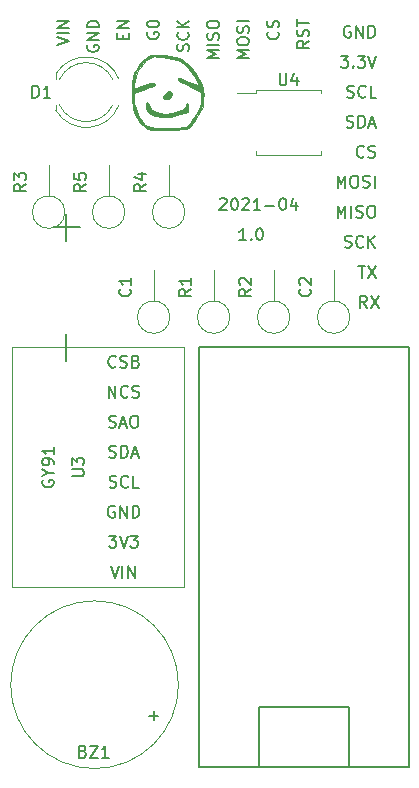
<source format=gto>
G04 This is an RS-274x file exported by *
G04 gerbv version 2.7.0 *
G04 More information is available about gerbv at *
G04 http://gerbv.geda-project.org/ *
G04 --End of header info--*
%MOIN*%
%FSLAX36Y36*%
%IPPOS*%
G04 --Define apertures--*
%ADD10C,0.0059*%
%ADD11C,0.0004*%
%ADD12C,0.0047*%
%ADD13C,0.0709*%
%ADD14O,0.0421X0.0709*%
%ADD15R,0.0421X0.0709*%
%ADD16C,0.0787*%
%ADD17O,0.0630X0.0630*%
%ADD18C,0.0630*%
%ADD19R,0.0787X0.0787*%
G04 --Start main section--*
G54D10*
G01X9870641Y-2257190D02*
G01X9872516Y-2255315D01*
G01X9872516Y-2255315D02*
G01X9876265Y-2253440D01*
G01X9876265Y-2253440D02*
G01X9885639Y-2253440D01*
G01X9885639Y-2253440D02*
G01X9889389Y-2255315D01*
G01X9889389Y-2255315D02*
G01X9891264Y-2257190D01*
G01X9891264Y-2257190D02*
G01X9893138Y-2260939D01*
G01X9893138Y-2260939D02*
G01X9893138Y-2264689D01*
G01X9893138Y-2264689D02*
G01X9891264Y-2270313D01*
G01X9891264Y-2270313D02*
G01X9868766Y-2292810D01*
G01X9868766Y-2292810D02*
G01X9893138Y-2292810D01*
G01X9917510Y-2253440D02*
G01X9921260Y-2253440D01*
G01X9921260Y-2253440D02*
G01X9925009Y-2255315D01*
G01X9925009Y-2255315D02*
G01X9926884Y-2257190D01*
G01X9926884Y-2257190D02*
G01X9928759Y-2260939D01*
G01X9928759Y-2260939D02*
G01X9930634Y-2268438D01*
G01X9930634Y-2268438D02*
G01X9930634Y-2277812D01*
G01X9930634Y-2277812D02*
G01X9928759Y-2285311D01*
G01X9928759Y-2285311D02*
G01X9926884Y-2289061D01*
G01X9926884Y-2289061D02*
G01X9925009Y-2290935D01*
G01X9925009Y-2290935D02*
G01X9921260Y-2292810D01*
G01X9921260Y-2292810D02*
G01X9917510Y-2292810D01*
G01X9917510Y-2292810D02*
G01X9913761Y-2290935D01*
G01X9913761Y-2290935D02*
G01X9911886Y-2289061D01*
G01X9911886Y-2289061D02*
G01X9910011Y-2285311D01*
G01X9910011Y-2285311D02*
G01X9908136Y-2277812D01*
G01X9908136Y-2277812D02*
G01X9908136Y-2268438D01*
G01X9908136Y-2268438D02*
G01X9910011Y-2260939D01*
G01X9910011Y-2260939D02*
G01X9911886Y-2257190D01*
G01X9911886Y-2257190D02*
G01X9913761Y-2255315D01*
G01X9913761Y-2255315D02*
G01X9917510Y-2253440D01*
G01X9945632Y-2257190D02*
G01X9947507Y-2255315D01*
G01X9947507Y-2255315D02*
G01X9951256Y-2253440D01*
G01X9951256Y-2253440D02*
G01X9960630Y-2253440D01*
G01X9960630Y-2253440D02*
G01X9964379Y-2255315D01*
G01X9964379Y-2255315D02*
G01X9966254Y-2257190D01*
G01X9966254Y-2257190D02*
G01X9968129Y-2260939D01*
G01X9968129Y-2260939D02*
G01X9968129Y-2264689D01*
G01X9968129Y-2264689D02*
G01X9966254Y-2270313D01*
G01X9966254Y-2270313D02*
G01X9943757Y-2292810D01*
G01X9943757Y-2292810D02*
G01X9968129Y-2292810D01*
G01X10005624Y-2292810D02*
G01X9983127Y-2292810D01*
G01X9994376Y-2292810D02*
G01X9994376Y-2253440D01*
G01X9994376Y-2253440D02*
G01X9990626Y-2259064D01*
G01X9990626Y-2259064D02*
G01X9986877Y-2262814D01*
G01X9986877Y-2262814D02*
G01X9983127Y-2264689D01*
G01X10022497Y-2277812D02*
G01X10052493Y-2277812D01*
G01X10078740Y-2253440D02*
G01X10082490Y-2253440D01*
G01X10082490Y-2253440D02*
G01X10086239Y-2255315D01*
G01X10086239Y-2255315D02*
G01X10088114Y-2257190D01*
G01X10088114Y-2257190D02*
G01X10089989Y-2260939D01*
G01X10089989Y-2260939D02*
G01X10091864Y-2268438D01*
G01X10091864Y-2268438D02*
G01X10091864Y-2277812D01*
G01X10091864Y-2277812D02*
G01X10089989Y-2285311D01*
G01X10089989Y-2285311D02*
G01X10088114Y-2289061D01*
G01X10088114Y-2289061D02*
G01X10086239Y-2290935D01*
G01X10086239Y-2290935D02*
G01X10082490Y-2292810D01*
G01X10082490Y-2292810D02*
G01X10078740Y-2292810D01*
G01X10078740Y-2292810D02*
G01X10074991Y-2290935D01*
G01X10074991Y-2290935D02*
G01X10073116Y-2289061D01*
G01X10073116Y-2289061D02*
G01X10071241Y-2285311D01*
G01X10071241Y-2285311D02*
G01X10069366Y-2277812D01*
G01X10069366Y-2277812D02*
G01X10069366Y-2268438D01*
G01X10069366Y-2268438D02*
G01X10071241Y-2260939D01*
G01X10071241Y-2260939D02*
G01X10073116Y-2257190D01*
G01X10073116Y-2257190D02*
G01X10074991Y-2255315D01*
G01X10074991Y-2255315D02*
G01X10078740Y-2253440D01*
G01X10125609Y-2266564D02*
G01X10125609Y-2292810D01*
G01X10116235Y-2251565D02*
G01X10106862Y-2279687D01*
G01X10106862Y-2279687D02*
G01X10131234Y-2279687D01*
G01X10306173Y-1680315D02*
G01X10302423Y-1678440D01*
G01X10302423Y-1678440D02*
G01X10296799Y-1678440D01*
G01X10296799Y-1678440D02*
G01X10291175Y-1680315D01*
G01X10291175Y-1680315D02*
G01X10287425Y-1684064D01*
G01X10287425Y-1684064D02*
G01X10285550Y-1687814D01*
G01X10285550Y-1687814D02*
G01X10283675Y-1695313D01*
G01X10283675Y-1695313D02*
G01X10283675Y-1700937D01*
G01X10283675Y-1700937D02*
G01X10285550Y-1708436D01*
G01X10285550Y-1708436D02*
G01X10287425Y-1712186D01*
G01X10287425Y-1712186D02*
G01X10291175Y-1715935D01*
G01X10291175Y-1715935D02*
G01X10296799Y-1717810D01*
G01X10296799Y-1717810D02*
G01X10300548Y-1717810D01*
G01X10300548Y-1717810D02*
G01X10306173Y-1715935D01*
G01X10306173Y-1715935D02*
G01X10308047Y-1714061D01*
G01X10308047Y-1714061D02*
G01X10308047Y-1700937D01*
G01X10308047Y-1700937D02*
G01X10300548Y-1700937D01*
G01X10324920Y-1717810D02*
G01X10324920Y-1678440D01*
G01X10324920Y-1678440D02*
G01X10347417Y-1717810D01*
G01X10347417Y-1717810D02*
G01X10347417Y-1678440D01*
G01X10366165Y-1717810D02*
G01X10366165Y-1678440D01*
G01X10366165Y-1678440D02*
G01X10375539Y-1678440D01*
G01X10375539Y-1678440D02*
G01X10381163Y-1680315D01*
G01X10381163Y-1680315D02*
G01X10384913Y-1684064D01*
G01X10384913Y-1684064D02*
G01X10386788Y-1687814D01*
G01X10386788Y-1687814D02*
G01X10388662Y-1695313D01*
G01X10388662Y-1695313D02*
G01X10388662Y-1700937D01*
G01X10388662Y-1700937D02*
G01X10386788Y-1708436D01*
G01X10386788Y-1708436D02*
G01X10384913Y-1712186D01*
G01X10384913Y-1712186D02*
G01X10381163Y-1715935D01*
G01X10381163Y-1715935D02*
G01X10375539Y-1717810D01*
G01X10375539Y-1717810D02*
G01X10366165Y-1717810D01*
G01X10274302Y-1778440D02*
G01X10298674Y-1778440D01*
G01X10298674Y-1778440D02*
G01X10285550Y-1793438D01*
G01X10285550Y-1793438D02*
G01X10291175Y-1793438D01*
G01X10291175Y-1793438D02*
G01X10294924Y-1795313D01*
G01X10294924Y-1795313D02*
G01X10296799Y-1797188D01*
G01X10296799Y-1797188D02*
G01X10298674Y-1800937D01*
G01X10298674Y-1800937D02*
G01X10298674Y-1810311D01*
G01X10298674Y-1810311D02*
G01X10296799Y-1814061D01*
G01X10296799Y-1814061D02*
G01X10294924Y-1815935D01*
G01X10294924Y-1815935D02*
G01X10291175Y-1817810D01*
G01X10291175Y-1817810D02*
G01X10279926Y-1817810D01*
G01X10279926Y-1817810D02*
G01X10276176Y-1815935D01*
G01X10276176Y-1815935D02*
G01X10274302Y-1814061D01*
G01X10315546Y-1814061D02*
G01X10317421Y-1815935D01*
G01X10317421Y-1815935D02*
G01X10315546Y-1817810D01*
G01X10315546Y-1817810D02*
G01X10313672Y-1815935D01*
G01X10313672Y-1815935D02*
G01X10315546Y-1814061D01*
G01X10315546Y-1814061D02*
G01X10315546Y-1817810D01*
G01X10330545Y-1778440D02*
G01X10354917Y-1778440D01*
G01X10354917Y-1778440D02*
G01X10341793Y-1793438D01*
G01X10341793Y-1793438D02*
G01X10347417Y-1793438D01*
G01X10347417Y-1793438D02*
G01X10351167Y-1795313D01*
G01X10351167Y-1795313D02*
G01X10353042Y-1797188D01*
G01X10353042Y-1797188D02*
G01X10354917Y-1800937D01*
G01X10354917Y-1800937D02*
G01X10354917Y-1810311D01*
G01X10354917Y-1810311D02*
G01X10353042Y-1814061D01*
G01X10353042Y-1814061D02*
G01X10351167Y-1815935D01*
G01X10351167Y-1815935D02*
G01X10347417Y-1817810D01*
G01X10347417Y-1817810D02*
G01X10336169Y-1817810D01*
G01X10336169Y-1817810D02*
G01X10332419Y-1815935D01*
G01X10332419Y-1815935D02*
G01X10330545Y-1814061D01*
G01X10366165Y-1778440D02*
G01X10379289Y-1817810D01*
G01X10379289Y-1817810D02*
G01X10392412Y-1778440D01*
G01X10294924Y-1915935D02*
G01X10300548Y-1917810D01*
G01X10300548Y-1917810D02*
G01X10309922Y-1917810D01*
G01X10309922Y-1917810D02*
G01X10313672Y-1915935D01*
G01X10313672Y-1915935D02*
G01X10315546Y-1914061D01*
G01X10315546Y-1914061D02*
G01X10317421Y-1910311D01*
G01X10317421Y-1910311D02*
G01X10317421Y-1906562D01*
G01X10317421Y-1906562D02*
G01X10315546Y-1902812D01*
G01X10315546Y-1902812D02*
G01X10313672Y-1900937D01*
G01X10313672Y-1900937D02*
G01X10309922Y-1899063D01*
G01X10309922Y-1899063D02*
G01X10302423Y-1897188D01*
G01X10302423Y-1897188D02*
G01X10298674Y-1895313D01*
G01X10298674Y-1895313D02*
G01X10296799Y-1893438D01*
G01X10296799Y-1893438D02*
G01X10294924Y-1889689D01*
G01X10294924Y-1889689D02*
G01X10294924Y-1885939D01*
G01X10294924Y-1885939D02*
G01X10296799Y-1882190D01*
G01X10296799Y-1882190D02*
G01X10298674Y-1880315D01*
G01X10298674Y-1880315D02*
G01X10302423Y-1878440D01*
G01X10302423Y-1878440D02*
G01X10311797Y-1878440D01*
G01X10311797Y-1878440D02*
G01X10317421Y-1880315D01*
G01X10356791Y-1914061D02*
G01X10354917Y-1915935D01*
G01X10354917Y-1915935D02*
G01X10349292Y-1917810D01*
G01X10349292Y-1917810D02*
G01X10345543Y-1917810D01*
G01X10345543Y-1917810D02*
G01X10339918Y-1915935D01*
G01X10339918Y-1915935D02*
G01X10336169Y-1912186D01*
G01X10336169Y-1912186D02*
G01X10334294Y-1908436D01*
G01X10334294Y-1908436D02*
G01X10332419Y-1900937D01*
G01X10332419Y-1900937D02*
G01X10332419Y-1895313D01*
G01X10332419Y-1895313D02*
G01X10334294Y-1887814D01*
G01X10334294Y-1887814D02*
G01X10336169Y-1884064D01*
G01X10336169Y-1884064D02*
G01X10339918Y-1880315D01*
G01X10339918Y-1880315D02*
G01X10345543Y-1878440D01*
G01X10345543Y-1878440D02*
G01X10349292Y-1878440D01*
G01X10349292Y-1878440D02*
G01X10354917Y-1880315D01*
G01X10354917Y-1880315D02*
G01X10356791Y-1882190D01*
G01X10392412Y-1917810D02*
G01X10373664Y-1917810D01*
G01X10373664Y-1917810D02*
G01X10373664Y-1878440D01*
G01X10293049Y-2015935D02*
G01X10298674Y-2017810D01*
G01X10298674Y-2017810D02*
G01X10308047Y-2017810D01*
G01X10308047Y-2017810D02*
G01X10311797Y-2015935D01*
G01X10311797Y-2015935D02*
G01X10313672Y-2014061D01*
G01X10313672Y-2014061D02*
G01X10315546Y-2010311D01*
G01X10315546Y-2010311D02*
G01X10315546Y-2006562D01*
G01X10315546Y-2006562D02*
G01X10313672Y-2002812D01*
G01X10313672Y-2002812D02*
G01X10311797Y-2000937D01*
G01X10311797Y-2000937D02*
G01X10308047Y-1999063D01*
G01X10308047Y-1999063D02*
G01X10300548Y-1997188D01*
G01X10300548Y-1997188D02*
G01X10296799Y-1995313D01*
G01X10296799Y-1995313D02*
G01X10294924Y-1993438D01*
G01X10294924Y-1993438D02*
G01X10293049Y-1989689D01*
G01X10293049Y-1989689D02*
G01X10293049Y-1985939D01*
G01X10293049Y-1985939D02*
G01X10294924Y-1982190D01*
G01X10294924Y-1982190D02*
G01X10296799Y-1980315D01*
G01X10296799Y-1980315D02*
G01X10300548Y-1978440D01*
G01X10300548Y-1978440D02*
G01X10309922Y-1978440D01*
G01X10309922Y-1978440D02*
G01X10315546Y-1980315D01*
G01X10332419Y-2017810D02*
G01X10332419Y-1978440D01*
G01X10332419Y-1978440D02*
G01X10341793Y-1978440D01*
G01X10341793Y-1978440D02*
G01X10347417Y-1980315D01*
G01X10347417Y-1980315D02*
G01X10351167Y-1984064D01*
G01X10351167Y-1984064D02*
G01X10353042Y-1987814D01*
G01X10353042Y-1987814D02*
G01X10354917Y-1995313D01*
G01X10354917Y-1995313D02*
G01X10354917Y-2000937D01*
G01X10354917Y-2000937D02*
G01X10353042Y-2008436D01*
G01X10353042Y-2008436D02*
G01X10351167Y-2012186D01*
G01X10351167Y-2012186D02*
G01X10347417Y-2015935D01*
G01X10347417Y-2015935D02*
G01X10341793Y-2017810D01*
G01X10341793Y-2017810D02*
G01X10332419Y-2017810D01*
G01X10369915Y-2006562D02*
G01X10388662Y-2006562D01*
G01X10366165Y-2017810D02*
G01X10379289Y-1978440D01*
G01X10379289Y-1978440D02*
G01X10392412Y-2017810D01*
G01X10351167Y-2114061D02*
G01X10349292Y-2115935D01*
G01X10349292Y-2115935D02*
G01X10343668Y-2117810D01*
G01X10343668Y-2117810D02*
G01X10339918Y-2117810D01*
G01X10339918Y-2117810D02*
G01X10334294Y-2115935D01*
G01X10334294Y-2115935D02*
G01X10330545Y-2112186D01*
G01X10330545Y-2112186D02*
G01X10328670Y-2108436D01*
G01X10328670Y-2108436D02*
G01X10326795Y-2100937D01*
G01X10326795Y-2100937D02*
G01X10326795Y-2095313D01*
G01X10326795Y-2095313D02*
G01X10328670Y-2087814D01*
G01X10328670Y-2087814D02*
G01X10330545Y-2084064D01*
G01X10330545Y-2084064D02*
G01X10334294Y-2080315D01*
G01X10334294Y-2080315D02*
G01X10339918Y-2078440D01*
G01X10339918Y-2078440D02*
G01X10343668Y-2078440D01*
G01X10343668Y-2078440D02*
G01X10349292Y-2080315D01*
G01X10349292Y-2080315D02*
G01X10351167Y-2082190D01*
G01X10366165Y-2115935D02*
G01X10371789Y-2117810D01*
G01X10371789Y-2117810D02*
G01X10381163Y-2117810D01*
G01X10381163Y-2117810D02*
G01X10384913Y-2115935D01*
G01X10384913Y-2115935D02*
G01X10386788Y-2114061D01*
G01X10386788Y-2114061D02*
G01X10388662Y-2110311D01*
G01X10388662Y-2110311D02*
G01X10388662Y-2106562D01*
G01X10388662Y-2106562D02*
G01X10386788Y-2102812D01*
G01X10386788Y-2102812D02*
G01X10384913Y-2100937D01*
G01X10384913Y-2100937D02*
G01X10381163Y-2099063D01*
G01X10381163Y-2099063D02*
G01X10373664Y-2097188D01*
G01X10373664Y-2097188D02*
G01X10369915Y-2095313D01*
G01X10369915Y-2095313D02*
G01X10368040Y-2093438D01*
G01X10368040Y-2093438D02*
G01X10366165Y-2089689D01*
G01X10366165Y-2089689D02*
G01X10366165Y-2085939D01*
G01X10366165Y-2085939D02*
G01X10368040Y-2082190D01*
G01X10368040Y-2082190D02*
G01X10369915Y-2080315D01*
G01X10369915Y-2080315D02*
G01X10373664Y-2078440D01*
G01X10373664Y-2078440D02*
G01X10383038Y-2078440D01*
G01X10383038Y-2078440D02*
G01X10388662Y-2080315D01*
G01X10263053Y-2217810D02*
G01X10263053Y-2178440D01*
G01X10263053Y-2178440D02*
G01X10276176Y-2206562D01*
G01X10276176Y-2206562D02*
G01X10289300Y-2178440D01*
G01X10289300Y-2178440D02*
G01X10289300Y-2217810D01*
G01X10315546Y-2178440D02*
G01X10323046Y-2178440D01*
G01X10323046Y-2178440D02*
G01X10326795Y-2180315D01*
G01X10326795Y-2180315D02*
G01X10330545Y-2184064D01*
G01X10330545Y-2184064D02*
G01X10332419Y-2191564D01*
G01X10332419Y-2191564D02*
G01X10332419Y-2204687D01*
G01X10332419Y-2204687D02*
G01X10330545Y-2212186D01*
G01X10330545Y-2212186D02*
G01X10326795Y-2215935D01*
G01X10326795Y-2215935D02*
G01X10323046Y-2217810D01*
G01X10323046Y-2217810D02*
G01X10315546Y-2217810D01*
G01X10315546Y-2217810D02*
G01X10311797Y-2215935D01*
G01X10311797Y-2215935D02*
G01X10308047Y-2212186D01*
G01X10308047Y-2212186D02*
G01X10306173Y-2204687D01*
G01X10306173Y-2204687D02*
G01X10306173Y-2191564D01*
G01X10306173Y-2191564D02*
G01X10308047Y-2184064D01*
G01X10308047Y-2184064D02*
G01X10311797Y-2180315D01*
G01X10311797Y-2180315D02*
G01X10315546Y-2178440D01*
G01X10347417Y-2215935D02*
G01X10353042Y-2217810D01*
G01X10353042Y-2217810D02*
G01X10362416Y-2217810D01*
G01X10362416Y-2217810D02*
G01X10366165Y-2215935D01*
G01X10366165Y-2215935D02*
G01X10368040Y-2214061D01*
G01X10368040Y-2214061D02*
G01X10369915Y-2210311D01*
G01X10369915Y-2210311D02*
G01X10369915Y-2206562D01*
G01X10369915Y-2206562D02*
G01X10368040Y-2202812D01*
G01X10368040Y-2202812D02*
G01X10366165Y-2200937D01*
G01X10366165Y-2200937D02*
G01X10362416Y-2199063D01*
G01X10362416Y-2199063D02*
G01X10354917Y-2197188D01*
G01X10354917Y-2197188D02*
G01X10351167Y-2195313D01*
G01X10351167Y-2195313D02*
G01X10349292Y-2193438D01*
G01X10349292Y-2193438D02*
G01X10347417Y-2189689D01*
G01X10347417Y-2189689D02*
G01X10347417Y-2185939D01*
G01X10347417Y-2185939D02*
G01X10349292Y-2182190D01*
G01X10349292Y-2182190D02*
G01X10351167Y-2180315D01*
G01X10351167Y-2180315D02*
G01X10354917Y-2178440D01*
G01X10354917Y-2178440D02*
G01X10364290Y-2178440D01*
G01X10364290Y-2178440D02*
G01X10369915Y-2180315D01*
G01X10386788Y-2217810D02*
G01X10386788Y-2178440D01*
G01X10263053Y-2317810D02*
G01X10263053Y-2278440D01*
G01X10263053Y-2278440D02*
G01X10276176Y-2306562D01*
G01X10276176Y-2306562D02*
G01X10289300Y-2278440D01*
G01X10289300Y-2278440D02*
G01X10289300Y-2317810D01*
G01X10308047Y-2317810D02*
G01X10308047Y-2278440D01*
G01X10324920Y-2315935D02*
G01X10330545Y-2317810D01*
G01X10330545Y-2317810D02*
G01X10339918Y-2317810D01*
G01X10339918Y-2317810D02*
G01X10343668Y-2315935D01*
G01X10343668Y-2315935D02*
G01X10345543Y-2314061D01*
G01X10345543Y-2314061D02*
G01X10347417Y-2310311D01*
G01X10347417Y-2310311D02*
G01X10347417Y-2306562D01*
G01X10347417Y-2306562D02*
G01X10345543Y-2302812D01*
G01X10345543Y-2302812D02*
G01X10343668Y-2300937D01*
G01X10343668Y-2300937D02*
G01X10339918Y-2299063D01*
G01X10339918Y-2299063D02*
G01X10332419Y-2297188D01*
G01X10332419Y-2297188D02*
G01X10328670Y-2295313D01*
G01X10328670Y-2295313D02*
G01X10326795Y-2293438D01*
G01X10326795Y-2293438D02*
G01X10324920Y-2289689D01*
G01X10324920Y-2289689D02*
G01X10324920Y-2285939D01*
G01X10324920Y-2285939D02*
G01X10326795Y-2282190D01*
G01X10326795Y-2282190D02*
G01X10328670Y-2280315D01*
G01X10328670Y-2280315D02*
G01X10332419Y-2278440D01*
G01X10332419Y-2278440D02*
G01X10341793Y-2278440D01*
G01X10341793Y-2278440D02*
G01X10347417Y-2280315D01*
G01X10371789Y-2278440D02*
G01X10379289Y-2278440D01*
G01X10379289Y-2278440D02*
G01X10383038Y-2280315D01*
G01X10383038Y-2280315D02*
G01X10386788Y-2284064D01*
G01X10386788Y-2284064D02*
G01X10388662Y-2291564D01*
G01X10388662Y-2291564D02*
G01X10388662Y-2304687D01*
G01X10388662Y-2304687D02*
G01X10386788Y-2312186D01*
G01X10386788Y-2312186D02*
G01X10383038Y-2315935D01*
G01X10383038Y-2315935D02*
G01X10379289Y-2317810D01*
G01X10379289Y-2317810D02*
G01X10371789Y-2317810D01*
G01X10371789Y-2317810D02*
G01X10368040Y-2315935D01*
G01X10368040Y-2315935D02*
G01X10364290Y-2312186D01*
G01X10364290Y-2312186D02*
G01X10362416Y-2304687D01*
G01X10362416Y-2304687D02*
G01X10362416Y-2291564D01*
G01X10362416Y-2291564D02*
G01X10364290Y-2284064D01*
G01X10364290Y-2284064D02*
G01X10368040Y-2280315D01*
G01X10368040Y-2280315D02*
G01X10371789Y-2278440D01*
G01X10287425Y-2415935D02*
G01X10293049Y-2417810D01*
G01X10293049Y-2417810D02*
G01X10302423Y-2417810D01*
G01X10302423Y-2417810D02*
G01X10306173Y-2415935D01*
G01X10306173Y-2415935D02*
G01X10308047Y-2414061D01*
G01X10308047Y-2414061D02*
G01X10309922Y-2410311D01*
G01X10309922Y-2410311D02*
G01X10309922Y-2406562D01*
G01X10309922Y-2406562D02*
G01X10308047Y-2402812D01*
G01X10308047Y-2402812D02*
G01X10306173Y-2400937D01*
G01X10306173Y-2400937D02*
G01X10302423Y-2399063D01*
G01X10302423Y-2399063D02*
G01X10294924Y-2397188D01*
G01X10294924Y-2397188D02*
G01X10291175Y-2395313D01*
G01X10291175Y-2395313D02*
G01X10289300Y-2393438D01*
G01X10289300Y-2393438D02*
G01X10287425Y-2389689D01*
G01X10287425Y-2389689D02*
G01X10287425Y-2385939D01*
G01X10287425Y-2385939D02*
G01X10289300Y-2382190D01*
G01X10289300Y-2382190D02*
G01X10291175Y-2380315D01*
G01X10291175Y-2380315D02*
G01X10294924Y-2378440D01*
G01X10294924Y-2378440D02*
G01X10304298Y-2378440D01*
G01X10304298Y-2378440D02*
G01X10309922Y-2380315D01*
G01X10349292Y-2414061D02*
G01X10347417Y-2415935D01*
G01X10347417Y-2415935D02*
G01X10341793Y-2417810D01*
G01X10341793Y-2417810D02*
G01X10338044Y-2417810D01*
G01X10338044Y-2417810D02*
G01X10332419Y-2415935D01*
G01X10332419Y-2415935D02*
G01X10328670Y-2412186D01*
G01X10328670Y-2412186D02*
G01X10326795Y-2408436D01*
G01X10326795Y-2408436D02*
G01X10324920Y-2400937D01*
G01X10324920Y-2400937D02*
G01X10324920Y-2395313D01*
G01X10324920Y-2395313D02*
G01X10326795Y-2387814D01*
G01X10326795Y-2387814D02*
G01X10328670Y-2384064D01*
G01X10328670Y-2384064D02*
G01X10332419Y-2380315D01*
G01X10332419Y-2380315D02*
G01X10338044Y-2378440D01*
G01X10338044Y-2378440D02*
G01X10341793Y-2378440D01*
G01X10341793Y-2378440D02*
G01X10347417Y-2380315D01*
G01X10347417Y-2380315D02*
G01X10349292Y-2382190D01*
G01X10366165Y-2417810D02*
G01X10366165Y-2378440D01*
G01X10388662Y-2417810D02*
G01X10371789Y-2395313D01*
G01X10388662Y-2378440D02*
G01X10366165Y-2400937D01*
G01X10332419Y-2478440D02*
G01X10354917Y-2478440D01*
G01X10343668Y-2517810D02*
G01X10343668Y-2478440D01*
G01X10364290Y-2478440D02*
G01X10390537Y-2517810D01*
G01X10390537Y-2478440D02*
G01X10364290Y-2517810D01*
G01X10360710Y-2617810D02*
G01X10347586Y-2599063D01*
G01X10338212Y-2617810D02*
G01X10338212Y-2578440D01*
G01X10338212Y-2578440D02*
G01X10353211Y-2578440D01*
G01X10353211Y-2578440D02*
G01X10356960Y-2580315D01*
G01X10356960Y-2580315D02*
G01X10358835Y-2582190D01*
G01X10358835Y-2582190D02*
G01X10360710Y-2585939D01*
G01X10360710Y-2585939D02*
G01X10360710Y-2591564D01*
G01X10360710Y-2591564D02*
G01X10358835Y-2595313D01*
G01X10358835Y-2595313D02*
G01X10356960Y-2597188D01*
G01X10356960Y-2597188D02*
G01X10353211Y-2599063D01*
G01X10353211Y-2599063D02*
G01X10338212Y-2599063D01*
G01X10373833Y-2578440D02*
G01X10400080Y-2617810D01*
G01X10400080Y-2578440D02*
G01X10373833Y-2617810D01*
G01X9958127Y-2392810D02*
G01X9935630Y-2392810D01*
G01X9946879Y-2392810D02*
G01X9946879Y-2353440D01*
G01X9946879Y-2353440D02*
G01X9943129Y-2359064D01*
G01X9943129Y-2359064D02*
G01X9939379Y-2362814D01*
G01X9939379Y-2362814D02*
G01X9935630Y-2364689D01*
G01X9975000Y-2389061D02*
G01X9976875Y-2390935D01*
G01X9976875Y-2390935D02*
G01X9975000Y-2392810D01*
G01X9975000Y-2392810D02*
G01X9973125Y-2390935D01*
G01X9973125Y-2390935D02*
G01X9975000Y-2389061D01*
G01X9975000Y-2389061D02*
G01X9975000Y-2392810D01*
G01X10001247Y-2353440D02*
G01X10004996Y-2353440D01*
G01X10004996Y-2353440D02*
G01X10008746Y-2355315D01*
G01X10008746Y-2355315D02*
G01X10010621Y-2357190D01*
G01X10010621Y-2357190D02*
G01X10012495Y-2360939D01*
G01X10012495Y-2360939D02*
G01X10014370Y-2368438D01*
G01X10014370Y-2368438D02*
G01X10014370Y-2377812D01*
G01X10014370Y-2377812D02*
G01X10012495Y-2385311D01*
G01X10012495Y-2385311D02*
G01X10010621Y-2389061D01*
G01X10010621Y-2389061D02*
G01X10008746Y-2390935D01*
G01X10008746Y-2390935D02*
G01X10004996Y-2392810D01*
G01X10004996Y-2392810D02*
G01X10001247Y-2392810D01*
G01X10001247Y-2392810D02*
G01X9997497Y-2390935D01*
G01X9997497Y-2390935D02*
G01X9995622Y-2389061D01*
G01X9995622Y-2389061D02*
G01X9993748Y-2385311D01*
G01X9993748Y-2385311D02*
G01X9991873Y-2377812D01*
G01X9991873Y-2377812D02*
G01X9991873Y-2368438D01*
G01X9991873Y-2368438D02*
G01X9993748Y-2360939D01*
G01X9993748Y-2360939D02*
G01X9995622Y-2357190D01*
G01X9995622Y-2357190D02*
G01X9997497Y-2355315D01*
G01X9997497Y-2355315D02*
G01X10001247Y-2353440D01*
G01X10500000Y-4150000D02*
G01X9800000Y-4150000D01*
G01X10500000Y-2750000D02*
G01X10500000Y-4150000D01*
G01X9800000Y-2750000D02*
G01X10500000Y-2750000D01*
G01X9800000Y-4150000D02*
G01X9800000Y-2750000D01*
G01X10300000Y-3950000D02*
G01X10300000Y-4150000D01*
G01X10000000Y-3950000D02*
G01X10000000Y-4150000D01*
G01X10300000Y-3950000D02*
G01X10000000Y-3950000D01*
G54D11*
G36*
G01X9667438Y-1774602D02*
G01X9685731Y-1776091D01*
G01X9704572Y-1778796D01*
G01X9722013Y-1782487D01*
G01X9736108Y-1786936D01*
G01X9737797Y-1787648D01*
G01X9754363Y-1797822D01*
G01X9771062Y-1813307D01*
G01X9786797Y-1832861D01*
G01X9800473Y-1855242D01*
G01X9804365Y-1863075D01*
G01X9810540Y-1876547D01*
G01X9814309Y-1886411D01*
G01X9816152Y-1895070D01*
G01X9816547Y-1904927D01*
G01X9815972Y-1918384D01*
G01X9815840Y-1920716D01*
G01X9814706Y-1935931D01*
G01X9812964Y-1946764D01*
G01X9810000Y-1955497D01*
G01X9805199Y-1964416D01*
G01X9803199Y-1967641D01*
G01X9795537Y-1980027D01*
G01X9787870Y-1992806D01*
G01X9784122Y-1999254D01*
G01X9778840Y-2007703D01*
G01X9773251Y-2014088D01*
G01X9766351Y-2018711D01*
G01X9757137Y-2021879D01*
G01X9744607Y-2023895D01*
G01X9727757Y-2025066D01*
G01X9705586Y-2025694D01*
G01X9696667Y-2025839D01*
G01X9673101Y-2026024D01*
G01X9655308Y-2025774D01*
G01X9642406Y-2025039D01*
G01X9633513Y-2023772D01*
G01X9628121Y-2022098D01*
G01X9616619Y-2014292D01*
G01X9604819Y-2001826D01*
G01X9594159Y-1986477D01*
G01X9586171Y-1970264D01*
G01X9580714Y-1950245D01*
G01X9577716Y-1926103D01*
G01X9577218Y-1904083D01*
G01X9583333Y-1904083D01*
G01X9583333Y-1918357D01*
G01X9585178Y-1934851D01*
G01X9590154Y-1954086D01*
G01X9597424Y-1973447D01*
G01X9606151Y-1990317D01*
G01X9606589Y-1991015D01*
G01X9613644Y-2000924D01*
G01X9621208Y-2008309D01*
G01X9630364Y-2013522D01*
G01X9642194Y-2016914D01*
G01X9657784Y-2018838D01*
G01X9678215Y-2019646D01*
G01X9695000Y-2019739D01*
G01X9716093Y-2019407D01*
G01X9734143Y-2018569D01*
G01X9747953Y-2017303D01*
G01X9756329Y-2015690D01*
G01X9756459Y-2015645D01*
G01X9765198Y-2010801D01*
G01X9773340Y-2001920D01*
G01X9778981Y-1993333D01*
G01X9786509Y-1980883D01*
G01X9794129Y-1968319D01*
G01X9798349Y-1961385D01*
G01X9803594Y-1949770D01*
G01X9807396Y-1935617D01*
G01X9809419Y-1921169D01*
G01X9809326Y-1908667D01*
G01X9807353Y-1901283D01*
G01X9802941Y-1897315D01*
G01X9793581Y-1891577D01*
G01X9780518Y-1884771D01*
G01X9766937Y-1878453D01*
G01X9750739Y-1870901D01*
G01X9738714Y-1864480D01*
G01X9731624Y-1859623D01*
G01X9730000Y-1857312D01*
G01X9732269Y-1854207D01*
G01X9739258Y-1854454D01*
G01X9751240Y-1858120D01*
G01X9768491Y-1865270D01*
G01X9775114Y-1868280D01*
G01X9786878Y-1873565D01*
G01X9796068Y-1877413D01*
G01X9801238Y-1879229D01*
G01X9801850Y-1879261D01*
G01X9801058Y-1876010D01*
G01X9798034Y-1868592D01*
G01X9794758Y-1861432D01*
G01X9787060Y-1848292D01*
G01X9776279Y-1833816D01*
G01X9763894Y-1819650D01*
G01X9751378Y-1807440D01*
G01X9740208Y-1798835D01*
G01X9737094Y-1797079D01*
G01X9726651Y-1793185D01*
G01X9711993Y-1789325D01*
G01X9695052Y-1785833D01*
G01X9677760Y-1783042D01*
G01X9662049Y-1781286D01*
G01X9649852Y-1780897D01*
G01X9645712Y-1781313D01*
G01X9636392Y-1785447D01*
G01X9625287Y-1793897D01*
G01X9613919Y-1805189D01*
G01X9603812Y-1817850D01*
G01X9597862Y-1827579D01*
G01X9594869Y-1835326D01*
G01X9591331Y-1847213D01*
G01X9587855Y-1860814D01*
G01X9585047Y-1873703D01*
G01X9583513Y-1883453D01*
G01X9583391Y-1885450D01*
G01X9586298Y-1886342D01*
G01X9594617Y-1884728D01*
G01X9607644Y-1880754D01*
G01X9610833Y-1879661D01*
G01X9629026Y-1873778D01*
G01X9641771Y-1870772D01*
G01X9649602Y-1870584D01*
G01X9653057Y-1873153D01*
G01X9653333Y-1874871D01*
G01X9650239Y-1878901D01*
G01X9641878Y-1882567D01*
G01X9639167Y-1883320D01*
G01X9628321Y-1886580D01*
G01X9614732Y-1891363D01*
G01X9604167Y-1895491D01*
G01X9583333Y-1904083D01*
G01X9577218Y-1904083D01*
G01X9577123Y-1899891D01*
G01X9578885Y-1873664D01*
G01X9582951Y-1849476D01*
G01X9589268Y-1829380D01*
G01X9589725Y-1828333D01*
G01X9597570Y-1814647D01*
G01X9608379Y-1800908D01*
G01X9620576Y-1788741D01*
G01X9632586Y-1779770D01*
G01X9640285Y-1776187D01*
G01X9651641Y-1774558D01*
G01X9667438Y-1774602D01*
G37*
G01X9667438Y-1774602D02*
G01X9685731Y-1776091D01*
G01X9685731Y-1776091D02*
G01X9704572Y-1778796D01*
G01X9704572Y-1778796D02*
G01X9722013Y-1782487D01*
G01X9722013Y-1782487D02*
G01X9736108Y-1786936D01*
G01X9736108Y-1786936D02*
G01X9737797Y-1787648D01*
G01X9737797Y-1787648D02*
G01X9754363Y-1797822D01*
G01X9754363Y-1797822D02*
G01X9771062Y-1813307D01*
G01X9771062Y-1813307D02*
G01X9786797Y-1832861D01*
G01X9786797Y-1832861D02*
G01X9800473Y-1855242D01*
G01X9800473Y-1855242D02*
G01X9804365Y-1863075D01*
G01X9804365Y-1863075D02*
G01X9810540Y-1876547D01*
G01X9810540Y-1876547D02*
G01X9814309Y-1886411D01*
G01X9814309Y-1886411D02*
G01X9816152Y-1895070D01*
G01X9816152Y-1895070D02*
G01X9816547Y-1904927D01*
G01X9816547Y-1904927D02*
G01X9815972Y-1918384D01*
G01X9815972Y-1918384D02*
G01X9815840Y-1920716D01*
G01X9815840Y-1920716D02*
G01X9814706Y-1935931D01*
G01X9814706Y-1935931D02*
G01X9812964Y-1946764D01*
G01X9812964Y-1946764D02*
G01X9810000Y-1955497D01*
G01X9810000Y-1955497D02*
G01X9805199Y-1964416D01*
G01X9805199Y-1964416D02*
G01X9803199Y-1967641D01*
G01X9803199Y-1967641D02*
G01X9795537Y-1980027D01*
G01X9795537Y-1980027D02*
G01X9787870Y-1992806D01*
G01X9787870Y-1992806D02*
G01X9784122Y-1999254D01*
G01X9784122Y-1999254D02*
G01X9778840Y-2007703D01*
G01X9778840Y-2007703D02*
G01X9773251Y-2014088D01*
G01X9773251Y-2014088D02*
G01X9766351Y-2018711D01*
G01X9766351Y-2018711D02*
G01X9757137Y-2021879D01*
G01X9757137Y-2021879D02*
G01X9744607Y-2023895D01*
G01X9744607Y-2023895D02*
G01X9727757Y-2025066D01*
G01X9727757Y-2025066D02*
G01X9705586Y-2025694D01*
G01X9705586Y-2025694D02*
G01X9696667Y-2025839D01*
G01X9696667Y-2025839D02*
G01X9673101Y-2026024D01*
G01X9673101Y-2026024D02*
G01X9655308Y-2025774D01*
G01X9655308Y-2025774D02*
G01X9642406Y-2025039D01*
G01X9642406Y-2025039D02*
G01X9633513Y-2023772D01*
G01X9633513Y-2023772D02*
G01X9628121Y-2022098D01*
G01X9628121Y-2022098D02*
G01X9616619Y-2014292D01*
G01X9616619Y-2014292D02*
G01X9604819Y-2001826D01*
G01X9604819Y-2001826D02*
G01X9594159Y-1986477D01*
G01X9594159Y-1986477D02*
G01X9586171Y-1970264D01*
G01X9586171Y-1970264D02*
G01X9580714Y-1950245D01*
G01X9580714Y-1950245D02*
G01X9577716Y-1926103D01*
G01X9577716Y-1926103D02*
G01X9577218Y-1904083D01*
G01X9577218Y-1904083D02*
G01X9583333Y-1904083D01*
G01X9583333Y-1904083D02*
G01X9583333Y-1918357D01*
G01X9583333Y-1918357D02*
G01X9585178Y-1934851D01*
G01X9585178Y-1934851D02*
G01X9590154Y-1954086D01*
G01X9590154Y-1954086D02*
G01X9597424Y-1973447D01*
G01X9597424Y-1973447D02*
G01X9606151Y-1990317D01*
G01X9606151Y-1990317D02*
G01X9606589Y-1991015D01*
G01X9606589Y-1991015D02*
G01X9613644Y-2000924D01*
G01X9613644Y-2000924D02*
G01X9621208Y-2008309D01*
G01X9621208Y-2008309D02*
G01X9630364Y-2013522D01*
G01X9630364Y-2013522D02*
G01X9642194Y-2016914D01*
G01X9642194Y-2016914D02*
G01X9657784Y-2018838D01*
G01X9657784Y-2018838D02*
G01X9678215Y-2019646D01*
G01X9678215Y-2019646D02*
G01X9695000Y-2019739D01*
G01X9695000Y-2019739D02*
G01X9716093Y-2019407D01*
G01X9716093Y-2019407D02*
G01X9734143Y-2018569D01*
G01X9734143Y-2018569D02*
G01X9747953Y-2017303D01*
G01X9747953Y-2017303D02*
G01X9756329Y-2015690D01*
G01X9756329Y-2015690D02*
G01X9756459Y-2015645D01*
G01X9756459Y-2015645D02*
G01X9765198Y-2010801D01*
G01X9765198Y-2010801D02*
G01X9773340Y-2001920D01*
G01X9773340Y-2001920D02*
G01X9778981Y-1993333D01*
G01X9778981Y-1993333D02*
G01X9786509Y-1980883D01*
G01X9786509Y-1980883D02*
G01X9794129Y-1968319D01*
G01X9794129Y-1968319D02*
G01X9798349Y-1961385D01*
G01X9798349Y-1961385D02*
G01X9803594Y-1949770D01*
G01X9803594Y-1949770D02*
G01X9807396Y-1935617D01*
G01X9807396Y-1935617D02*
G01X9809419Y-1921169D01*
G01X9809419Y-1921169D02*
G01X9809326Y-1908667D01*
G01X9809326Y-1908667D02*
G01X9807353Y-1901283D01*
G01X9807353Y-1901283D02*
G01X9802941Y-1897315D01*
G01X9802941Y-1897315D02*
G01X9793581Y-1891577D01*
G01X9793581Y-1891577D02*
G01X9780518Y-1884771D01*
G01X9780518Y-1884771D02*
G01X9766937Y-1878453D01*
G01X9766937Y-1878453D02*
G01X9750739Y-1870901D01*
G01X9750739Y-1870901D02*
G01X9738714Y-1864480D01*
G01X9738714Y-1864480D02*
G01X9731624Y-1859623D01*
G01X9731624Y-1859623D02*
G01X9730000Y-1857312D01*
G01X9730000Y-1857312D02*
G01X9732269Y-1854207D01*
G01X9732269Y-1854207D02*
G01X9739258Y-1854454D01*
G01X9739258Y-1854454D02*
G01X9751240Y-1858120D01*
G01X9751240Y-1858120D02*
G01X9768491Y-1865270D01*
G01X9768491Y-1865270D02*
G01X9775114Y-1868280D01*
G01X9775114Y-1868280D02*
G01X9786878Y-1873565D01*
G01X9786878Y-1873565D02*
G01X9796068Y-1877413D01*
G01X9796068Y-1877413D02*
G01X9801238Y-1879229D01*
G01X9801238Y-1879229D02*
G01X9801850Y-1879261D01*
G01X9801850Y-1879261D02*
G01X9801058Y-1876010D01*
G01X9801058Y-1876010D02*
G01X9798034Y-1868592D01*
G01X9798034Y-1868592D02*
G01X9794758Y-1861432D01*
G01X9794758Y-1861432D02*
G01X9787060Y-1848292D01*
G01X9787060Y-1848292D02*
G01X9776279Y-1833816D01*
G01X9776279Y-1833816D02*
G01X9763894Y-1819650D01*
G01X9763894Y-1819650D02*
G01X9751378Y-1807440D01*
G01X9751378Y-1807440D02*
G01X9740208Y-1798835D01*
G01X9740208Y-1798835D02*
G01X9737094Y-1797079D01*
G01X9737094Y-1797079D02*
G01X9726651Y-1793185D01*
G01X9726651Y-1793185D02*
G01X9711993Y-1789325D01*
G01X9711993Y-1789325D02*
G01X9695052Y-1785833D01*
G01X9695052Y-1785833D02*
G01X9677760Y-1783042D01*
G01X9677760Y-1783042D02*
G01X9662049Y-1781286D01*
G01X9662049Y-1781286D02*
G01X9649852Y-1780897D01*
G01X9649852Y-1780897D02*
G01X9645712Y-1781313D01*
G01X9645712Y-1781313D02*
G01X9636392Y-1785447D01*
G01X9636392Y-1785447D02*
G01X9625287Y-1793897D01*
G01X9625287Y-1793897D02*
G01X9613919Y-1805189D01*
G01X9613919Y-1805189D02*
G01X9603812Y-1817850D01*
G01X9603812Y-1817850D02*
G01X9597862Y-1827579D01*
G01X9597862Y-1827579D02*
G01X9594869Y-1835326D01*
G01X9594869Y-1835326D02*
G01X9591331Y-1847213D01*
G01X9591331Y-1847213D02*
G01X9587855Y-1860814D01*
G01X9587855Y-1860814D02*
G01X9585047Y-1873703D01*
G01X9585047Y-1873703D02*
G01X9583513Y-1883453D01*
G01X9583513Y-1883453D02*
G01X9583391Y-1885450D01*
G01X9583391Y-1885450D02*
G01X9586298Y-1886342D01*
G01X9586298Y-1886342D02*
G01X9594617Y-1884728D01*
G01X9594617Y-1884728D02*
G01X9607644Y-1880754D01*
G01X9607644Y-1880754D02*
G01X9610833Y-1879661D01*
G01X9610833Y-1879661D02*
G01X9629026Y-1873778D01*
G01X9629026Y-1873778D02*
G01X9641771Y-1870772D01*
G01X9641771Y-1870772D02*
G01X9649602Y-1870584D01*
G01X9649602Y-1870584D02*
G01X9653057Y-1873153D01*
G01X9653057Y-1873153D02*
G01X9653333Y-1874871D01*
G01X9653333Y-1874871D02*
G01X9650239Y-1878901D01*
G01X9650239Y-1878901D02*
G01X9641878Y-1882567D01*
G01X9641878Y-1882567D02*
G01X9639167Y-1883320D01*
G01X9639167Y-1883320D02*
G01X9628321Y-1886580D01*
G01X9628321Y-1886580D02*
G01X9614732Y-1891363D01*
G01X9614732Y-1891363D02*
G01X9604167Y-1895491D01*
G01X9604167Y-1895491D02*
G01X9583333Y-1904083D01*
G01X9583333Y-1904083D02*
G01X9577218Y-1904083D01*
G01X9577218Y-1904083D02*
G01X9577123Y-1899891D01*
G01X9577123Y-1899891D02*
G01X9578885Y-1873664D01*
G01X9578885Y-1873664D02*
G01X9582951Y-1849476D01*
G01X9582951Y-1849476D02*
G01X9589268Y-1829380D01*
G01X9589268Y-1829380D02*
G01X9589725Y-1828333D01*
G01X9589725Y-1828333D02*
G01X9597570Y-1814647D01*
G01X9597570Y-1814647D02*
G01X9608379Y-1800908D01*
G01X9608379Y-1800908D02*
G01X9620576Y-1788741D01*
G01X9620576Y-1788741D02*
G01X9632586Y-1779770D01*
G01X9632586Y-1779770D02*
G01X9640285Y-1776187D01*
G01X9640285Y-1776187D02*
G01X9651641Y-1774558D01*
G01X9651641Y-1774558D02*
G01X9667438Y-1774602D01*
G36*
G01X9632399Y-1936137D02*
G01X9633333Y-1940256D01*
G01X9636448Y-1949546D01*
G01X9644953Y-1958357D01*
G01X9657592Y-1965703D01*
G01X9671530Y-1970261D01*
G01X9683781Y-1972526D01*
G01X9693780Y-1972761D01*
G01X9704952Y-1970871D01*
G01X9711866Y-1969147D01*
G01X9730535Y-1963886D01*
G01X9743486Y-1959237D01*
G01X9751581Y-1954740D01*
G01X9755680Y-1949933D01*
G01X9756667Y-1945170D01*
G01X9758425Y-1938273D01*
G01X9761858Y-1936667D01*
G01X9765139Y-1938196D01*
G01X9766275Y-1943758D01*
G01X9766025Y-1950833D01*
G01X9765000Y-1965000D01*
G01X9738333Y-1974068D01*
G01X9708533Y-1981452D01*
G01X9680238Y-1982658D01*
G01X9655114Y-1978441D01*
G01X9639173Y-1971728D01*
G01X9628528Y-1961798D01*
G01X9623620Y-1949121D01*
G01X9623333Y-1944814D01*
G01X9624454Y-1936259D01*
G01X9628012Y-1933344D01*
G01X9628333Y-1933333D01*
G01X9632399Y-1936137D01*
G37*
G01X9632399Y-1936137D02*
G01X9633333Y-1940256D01*
G01X9633333Y-1940256D02*
G01X9636448Y-1949546D01*
G01X9636448Y-1949546D02*
G01X9644953Y-1958357D01*
G01X9644953Y-1958357D02*
G01X9657592Y-1965703D01*
G01X9657592Y-1965703D02*
G01X9671530Y-1970261D01*
G01X9671530Y-1970261D02*
G01X9683781Y-1972526D01*
G01X9683781Y-1972526D02*
G01X9693780Y-1972761D01*
G01X9693780Y-1972761D02*
G01X9704952Y-1970871D01*
G01X9704952Y-1970871D02*
G01X9711866Y-1969147D01*
G01X9711866Y-1969147D02*
G01X9730535Y-1963886D01*
G01X9730535Y-1963886D02*
G01X9743486Y-1959237D01*
G01X9743486Y-1959237D02*
G01X9751581Y-1954740D01*
G01X9751581Y-1954740D02*
G01X9755680Y-1949933D01*
G01X9755680Y-1949933D02*
G01X9756667Y-1945170D01*
G01X9756667Y-1945170D02*
G01X9758425Y-1938273D01*
G01X9758425Y-1938273D02*
G01X9761858Y-1936667D01*
G01X9761858Y-1936667D02*
G01X9765139Y-1938196D01*
G01X9765139Y-1938196D02*
G01X9766275Y-1943758D01*
G01X9766275Y-1943758D02*
G01X9766025Y-1950833D01*
G01X9766025Y-1950833D02*
G01X9765000Y-1965000D01*
G01X9765000Y-1965000D02*
G01X9738333Y-1974068D01*
G01X9738333Y-1974068D02*
G01X9708533Y-1981452D01*
G01X9708533Y-1981452D02*
G01X9680238Y-1982658D01*
G01X9680238Y-1982658D02*
G01X9655114Y-1978441D01*
G01X9655114Y-1978441D02*
G01X9639173Y-1971728D01*
G01X9639173Y-1971728D02*
G01X9628528Y-1961798D01*
G01X9628528Y-1961798D02*
G01X9623620Y-1949121D01*
G01X9623620Y-1949121D02*
G01X9623333Y-1944814D01*
G01X9623333Y-1944814D02*
G01X9624454Y-1936259D01*
G01X9624454Y-1936259D02*
G01X9628012Y-1933344D01*
G01X9628012Y-1933344D02*
G01X9628333Y-1933333D01*
G01X9628333Y-1933333D02*
G01X9632399Y-1936137D01*
G36*
G01X9708309Y-1899406D02*
G01X9710093Y-1905790D01*
G01X9709310Y-1913366D01*
G01X9706000Y-1919333D01*
G01X9699580Y-1922516D01*
G01X9691294Y-1923141D01*
G01X9684110Y-1921315D01*
G01X9681248Y-1918444D01*
G01X9682350Y-1913216D01*
G01X9687427Y-1906708D01*
G01X9694552Y-1900743D01*
G01X9701800Y-1897141D01*
G01X9704167Y-1896772D01*
G01X9708309Y-1899406D01*
G37*
G01X9708309Y-1899406D02*
G01X9710093Y-1905790D01*
G01X9710093Y-1905790D02*
G01X9709310Y-1913366D01*
G01X9709310Y-1913366D02*
G01X9706000Y-1919333D01*
G01X9706000Y-1919333D02*
G01X9699580Y-1922516D01*
G01X9699580Y-1922516D02*
G01X9691294Y-1923141D01*
G01X9691294Y-1923141D02*
G01X9684110Y-1921315D01*
G01X9684110Y-1921315D02*
G01X9681248Y-1918444D01*
G01X9681248Y-1918444D02*
G01X9682350Y-1913216D01*
G01X9682350Y-1913216D02*
G01X9687427Y-1906708D01*
G01X9687427Y-1906708D02*
G01X9694552Y-1900743D01*
G01X9694552Y-1900743D02*
G01X9701800Y-1897141D01*
G01X9701800Y-1897141D02*
G01X9704167Y-1896772D01*
G01X9704167Y-1896772D02*
G01X9708309Y-1899406D01*
G54D12*
G01X9513759Y-1942537D02*
G75*
G02X9336233Y-1942520I-088759J0042537D01*
G01X9513759Y-1857463D02*
G75*
G03X9336233Y-1857480I-088759J-042537D01*
G01X9534756Y-1942552D02*
G75*
G02X9324213Y-1960820I-109756J0042552D01*
G01X9534756Y-1857448D02*
G75*
G03X9324213Y-1839180I-109756J-042552D01*
G01X9324213Y-1942520D02*
G01X9324213Y-1960827D01*
G01X9324213Y-1839173D02*
G01X9324213Y-1857480D01*
G01X10100000Y-2108169D02*
G01X10208169Y-2108169D01*
G01X10208169Y-2108169D02*
G01X10208169Y-2097047D01*
G01X10100000Y-2108169D02*
G01X9991831Y-2108169D01*
G01X9991831Y-2108169D02*
G01X9991831Y-2097047D01*
G01X10100000Y-1891831D02*
G01X10208169Y-1891831D01*
G01X10208169Y-1891831D02*
G01X10208169Y-1902953D01*
G01X10100000Y-1891831D02*
G01X9991831Y-1891831D01*
G01X9991831Y-1891831D02*
G01X9991831Y-1902953D01*
G01X9991831Y-1902953D02*
G01X9926772Y-1902953D01*
G01X9177559Y-3550000D02*
G01X9300000Y-3550000D01*
G01X9177559Y-2750000D02*
G01X9177559Y-3550000D01*
G01X9750000Y-2750000D02*
G01X9177559Y-2750000D01*
G01X9750000Y-3550000D02*
G01X9300000Y-3550000D01*
G01X9750000Y-2750000D02*
G01X9750000Y-3550000D01*
G01X9553937Y-2300000D02*
G75*
G03X9553937Y-2300000I-053937J0000000D01*
G01X9500000Y-2246063D02*
G01X9500000Y-2143307D01*
G01X9753937Y-2300000D02*
G75*
G03X9753937Y-2300000I-053937J0000000D01*
G01X9700000Y-2246063D02*
G01X9700000Y-2143307D01*
G01X9353937Y-2300000D02*
G75*
G03X9353937Y-2300000I-053937J0000000D01*
G01X9300000Y-2246063D02*
G01X9300000Y-2143307D01*
G01X10103937Y-2650000D02*
G75*
G03X10103937Y-2650000I-053937J0000000D01*
G01X10050000Y-2596063D02*
G01X10050000Y-2493307D01*
G01X9903937Y-2650000D02*
G75*
G03X9903937Y-2650000I-053937J0000000D01*
G01X9850000Y-2596063D02*
G01X9850000Y-2493307D01*
G01X10303937Y-2650000D02*
G75*
G03X10303937Y-2650000I-053937J0000000D01*
G01X10250000Y-2596063D02*
G01X10250000Y-2493307D01*
G01X9703937Y-2650000D02*
G75*
G03X9703937Y-2650000I-053937J0000000D01*
G01X9650000Y-2596063D02*
G01X9650000Y-2493307D01*
G01X9732677Y-3875000D02*
G75*
G03X9732677Y-3875000I-279528J0000000D01*
G54D10*
G01X9245941Y-1917810D02*
G01X9245941Y-1878440D01*
G01X9245941Y-1878440D02*
G01X9255315Y-1878440D01*
G01X9255315Y-1878440D02*
G01X9260939Y-1880315D01*
G01X9260939Y-1880315D02*
G01X9264689Y-1884064D01*
G01X9264689Y-1884064D02*
G01X9266564Y-1887814D01*
G01X9266564Y-1887814D02*
G01X9268438Y-1895313D01*
G01X9268438Y-1895313D02*
G01X9268438Y-1900937D01*
G01X9268438Y-1900937D02*
G01X9266564Y-1908436D01*
G01X9266564Y-1908436D02*
G01X9264689Y-1912186D01*
G01X9264689Y-1912186D02*
G01X9260939Y-1915935D01*
G01X9260939Y-1915935D02*
G01X9255315Y-1917810D01*
G01X9255315Y-1917810D02*
G01X9245941Y-1917810D01*
G01X9305934Y-1917810D02*
G01X9283436Y-1917810D01*
G01X9294685Y-1917810D02*
G01X9294685Y-1878440D01*
G01X9294685Y-1878440D02*
G01X9290935Y-1884064D01*
G01X9290935Y-1884064D02*
G01X9287186Y-1887814D01*
G01X9287186Y-1887814D02*
G01X9283436Y-1889689D01*
G01X10070004Y-1837102D02*
G01X10070004Y-1868973D01*
G01X10070004Y-1868973D02*
G01X10071879Y-1872722D01*
G01X10071879Y-1872722D02*
G01X10073753Y-1874597D01*
G01X10073753Y-1874597D02*
G01X10077503Y-1876472D01*
G01X10077503Y-1876472D02*
G01X10085002Y-1876472D01*
G01X10085002Y-1876472D02*
G01X10088751Y-1874597D01*
G01X10088751Y-1874597D02*
G01X10090626Y-1872722D01*
G01X10090626Y-1872722D02*
G01X10092501Y-1868973D01*
G01X10092501Y-1868973D02*
G01X10092501Y-1837102D01*
G01X10128121Y-1850225D02*
G01X10128121Y-1876472D01*
G01X10118748Y-1835227D02*
G01X10109374Y-1863348D01*
G01X10109374Y-1863348D02*
G01X10133746Y-1863348D01*
G01X9378440Y-3179996D02*
G01X9410311Y-3179996D01*
G01X9410311Y-3179996D02*
G01X9414061Y-3178121D01*
G01X9414061Y-3178121D02*
G01X9415935Y-3176247D01*
G01X9415935Y-3176247D02*
G01X9417810Y-3172497D01*
G01X9417810Y-3172497D02*
G01X9417810Y-3164998D01*
G01X9417810Y-3164998D02*
G01X9415935Y-3161249D01*
G01X9415935Y-3161249D02*
G01X9414061Y-3159374D01*
G01X9414061Y-3159374D02*
G01X9410311Y-3157499D01*
G01X9410311Y-3157499D02*
G01X9378440Y-3157499D01*
G01X9378440Y-3142501D02*
G01X9378440Y-3118129D01*
G01X9378440Y-3118129D02*
G01X9393438Y-3131252D01*
G01X9393438Y-3131252D02*
G01X9393438Y-3125628D01*
G01X9393438Y-3125628D02*
G01X9395313Y-3121879D01*
G01X9395313Y-3121879D02*
G01X9397188Y-3120004D01*
G01X9397188Y-3120004D02*
G01X9400937Y-3118129D01*
G01X9400937Y-3118129D02*
G01X9410311Y-3118129D01*
G01X9410311Y-3118129D02*
G01X9414061Y-3120004D01*
G01X9414061Y-3120004D02*
G01X9415935Y-3121879D01*
G01X9415935Y-3121879D02*
G01X9417810Y-3125628D01*
G01X9417810Y-3125628D02*
G01X9417810Y-3136877D01*
G01X9417810Y-3136877D02*
G01X9415935Y-3140626D01*
G01X9415935Y-3140626D02*
G01X9414061Y-3142501D01*
G01X9280315Y-3194057D02*
G01X9278440Y-3197806D01*
G01X9278440Y-3197806D02*
G01X9278440Y-3203431D01*
G01X9278440Y-3203431D02*
G01X9280315Y-3209055D01*
G01X9280315Y-3209055D02*
G01X9284064Y-3212805D01*
G01X9284064Y-3212805D02*
G01X9287814Y-3214679D01*
G01X9287814Y-3214679D02*
G01X9295313Y-3216554D01*
G01X9295313Y-3216554D02*
G01X9300937Y-3216554D01*
G01X9300937Y-3216554D02*
G01X9308436Y-3214679D01*
G01X9308436Y-3214679D02*
G01X9312186Y-3212805D01*
G01X9312186Y-3212805D02*
G01X9315935Y-3209055D01*
G01X9315935Y-3209055D02*
G01X9317810Y-3203431D01*
G01X9317810Y-3203431D02*
G01X9317810Y-3199681D01*
G01X9317810Y-3199681D02*
G01X9315935Y-3194057D01*
G01X9315935Y-3194057D02*
G01X9314061Y-3192182D01*
G01X9314061Y-3192182D02*
G01X9300937Y-3192182D01*
G01X9300937Y-3192182D02*
G01X9300937Y-3199681D01*
G01X9299063Y-3167810D02*
G01X9317810Y-3167810D01*
G01X9278440Y-3180934D02*
G01X9299063Y-3167810D01*
G01X9299063Y-3167810D02*
G01X9278440Y-3154687D01*
G01X9317810Y-3139689D02*
G01X9317810Y-3132190D01*
G01X9317810Y-3132190D02*
G01X9315935Y-3128440D01*
G01X9315935Y-3128440D02*
G01X9314061Y-3126565D01*
G01X9314061Y-3126565D02*
G01X9308436Y-3122816D01*
G01X9308436Y-3122816D02*
G01X9300937Y-3120941D01*
G01X9300937Y-3120941D02*
G01X9285939Y-3120941D01*
G01X9285939Y-3120941D02*
G01X9282190Y-3122816D01*
G01X9282190Y-3122816D02*
G01X9280315Y-3124691D01*
G01X9280315Y-3124691D02*
G01X9278440Y-3128440D01*
G01X9278440Y-3128440D02*
G01X9278440Y-3135939D01*
G01X9278440Y-3135939D02*
G01X9280315Y-3139689D01*
G01X9280315Y-3139689D02*
G01X9282190Y-3141564D01*
G01X9282190Y-3141564D02*
G01X9285939Y-3143438D01*
G01X9285939Y-3143438D02*
G01X9295313Y-3143438D01*
G01X9295313Y-3143438D02*
G01X9299063Y-3141564D01*
G01X9299063Y-3141564D02*
G01X9300937Y-3139689D01*
G01X9300937Y-3139689D02*
G01X9302812Y-3135939D01*
G01X9302812Y-3135939D02*
G01X9302812Y-3128440D01*
G01X9302812Y-3128440D02*
G01X9300937Y-3124691D01*
G01X9300937Y-3124691D02*
G01X9299063Y-3122816D01*
G01X9299063Y-3122816D02*
G01X9295313Y-3120941D01*
G01X9317810Y-3083446D02*
G01X9317810Y-3105943D01*
G01X9317810Y-3094694D02*
G01X9278440Y-3094694D01*
G01X9278440Y-3094694D02*
G01X9284064Y-3098444D01*
G01X9284064Y-3098444D02*
G01X9287814Y-3102193D01*
G01X9287814Y-3102193D02*
G01X9289689Y-3105943D01*
G01X9523753Y-2814061D02*
G01X9521879Y-2815935D01*
G01X9521879Y-2815935D02*
G01X9516254Y-2817810D01*
G01X9516254Y-2817810D02*
G01X9512505Y-2817810D01*
G01X9512505Y-2817810D02*
G01X9506880Y-2815935D01*
G01X9506880Y-2815935D02*
G01X9503131Y-2812186D01*
G01X9503131Y-2812186D02*
G01X9501256Y-2808436D01*
G01X9501256Y-2808436D02*
G01X9499381Y-2800937D01*
G01X9499381Y-2800937D02*
G01X9499381Y-2795313D01*
G01X9499381Y-2795313D02*
G01X9501256Y-2787814D01*
G01X9501256Y-2787814D02*
G01X9503131Y-2784064D01*
G01X9503131Y-2784064D02*
G01X9506880Y-2780315D01*
G01X9506880Y-2780315D02*
G01X9512505Y-2778440D01*
G01X9512505Y-2778440D02*
G01X9516254Y-2778440D01*
G01X9516254Y-2778440D02*
G01X9521879Y-2780315D01*
G01X9521879Y-2780315D02*
G01X9523753Y-2782190D01*
G01X9538751Y-2815935D02*
G01X9544376Y-2817810D01*
G01X9544376Y-2817810D02*
G01X9553750Y-2817810D01*
G01X9553750Y-2817810D02*
G01X9557499Y-2815935D01*
G01X9557499Y-2815935D02*
G01X9559374Y-2814061D01*
G01X9559374Y-2814061D02*
G01X9561249Y-2810311D01*
G01X9561249Y-2810311D02*
G01X9561249Y-2806562D01*
G01X9561249Y-2806562D02*
G01X9559374Y-2802812D01*
G01X9559374Y-2802812D02*
G01X9557499Y-2800937D01*
G01X9557499Y-2800937D02*
G01X9553750Y-2799063D01*
G01X9553750Y-2799063D02*
G01X9546250Y-2797188D01*
G01X9546250Y-2797188D02*
G01X9542501Y-2795313D01*
G01X9542501Y-2795313D02*
G01X9540626Y-2793438D01*
G01X9540626Y-2793438D02*
G01X9538751Y-2789689D01*
G01X9538751Y-2789689D02*
G01X9538751Y-2785939D01*
G01X9538751Y-2785939D02*
G01X9540626Y-2782190D01*
G01X9540626Y-2782190D02*
G01X9542501Y-2780315D01*
G01X9542501Y-2780315D02*
G01X9546250Y-2778440D01*
G01X9546250Y-2778440D02*
G01X9555624Y-2778440D01*
G01X9555624Y-2778440D02*
G01X9561249Y-2780315D01*
G01X9591245Y-2797188D02*
G01X9596869Y-2799063D01*
G01X9596869Y-2799063D02*
G01X9598744Y-2800937D01*
G01X9598744Y-2800937D02*
G01X9600619Y-2804687D01*
G01X9600619Y-2804687D02*
G01X9600619Y-2810311D01*
G01X9600619Y-2810311D02*
G01X9598744Y-2814061D01*
G01X9598744Y-2814061D02*
G01X9596869Y-2815935D01*
G01X9596869Y-2815935D02*
G01X9593120Y-2817810D01*
G01X9593120Y-2817810D02*
G01X9578121Y-2817810D01*
G01X9578121Y-2817810D02*
G01X9578121Y-2778440D01*
G01X9578121Y-2778440D02*
G01X9591245Y-2778440D01*
G01X9591245Y-2778440D02*
G01X9594994Y-2780315D01*
G01X9594994Y-2780315D02*
G01X9596869Y-2782190D01*
G01X9596869Y-2782190D02*
G01X9598744Y-2785939D01*
G01X9598744Y-2785939D02*
G01X9598744Y-2789689D01*
G01X9598744Y-2789689D02*
G01X9596869Y-2793438D01*
G01X9596869Y-2793438D02*
G01X9594994Y-2795313D01*
G01X9594994Y-2795313D02*
G01X9591245Y-2797188D01*
G01X9591245Y-2797188D02*
G01X9578121Y-2797188D01*
G01X9500319Y-2917810D02*
G01X9500319Y-2878440D01*
G01X9500319Y-2878440D02*
G01X9522816Y-2917810D01*
G01X9522816Y-2917810D02*
G01X9522816Y-2878440D01*
G01X9564061Y-2914061D02*
G01X9562186Y-2915935D01*
G01X9562186Y-2915935D02*
G01X9556562Y-2917810D01*
G01X9556562Y-2917810D02*
G01X9552812Y-2917810D01*
G01X9552812Y-2917810D02*
G01X9547188Y-2915935D01*
G01X9547188Y-2915935D02*
G01X9543438Y-2912186D01*
G01X9543438Y-2912186D02*
G01X9541564Y-2908436D01*
G01X9541564Y-2908436D02*
G01X9539689Y-2900937D01*
G01X9539689Y-2900937D02*
G01X9539689Y-2895313D01*
G01X9539689Y-2895313D02*
G01X9541564Y-2887814D01*
G01X9541564Y-2887814D02*
G01X9543438Y-2884064D01*
G01X9543438Y-2884064D02*
G01X9547188Y-2880315D01*
G01X9547188Y-2880315D02*
G01X9552812Y-2878440D01*
G01X9552812Y-2878440D02*
G01X9556562Y-2878440D01*
G01X9556562Y-2878440D02*
G01X9562186Y-2880315D01*
G01X9562186Y-2880315D02*
G01X9564061Y-2882190D01*
G01X9579059Y-2915935D02*
G01X9584683Y-2917810D01*
G01X9584683Y-2917810D02*
G01X9594057Y-2917810D01*
G01X9594057Y-2917810D02*
G01X9597806Y-2915935D01*
G01X9597806Y-2915935D02*
G01X9599681Y-2914061D01*
G01X9599681Y-2914061D02*
G01X9601556Y-2910311D01*
G01X9601556Y-2910311D02*
G01X9601556Y-2906562D01*
G01X9601556Y-2906562D02*
G01X9599681Y-2902812D01*
G01X9599681Y-2902812D02*
G01X9597806Y-2900937D01*
G01X9597806Y-2900937D02*
G01X9594057Y-2899063D01*
G01X9594057Y-2899063D02*
G01X9586558Y-2897188D01*
G01X9586558Y-2897188D02*
G01X9582808Y-2895313D01*
G01X9582808Y-2895313D02*
G01X9580934Y-2893438D01*
G01X9580934Y-2893438D02*
G01X9579059Y-2889689D01*
G01X9579059Y-2889689D02*
G01X9579059Y-2885939D01*
G01X9579059Y-2885939D02*
G01X9580934Y-2882190D01*
G01X9580934Y-2882190D02*
G01X9582808Y-2880315D01*
G01X9582808Y-2880315D02*
G01X9586558Y-2878440D01*
G01X9586558Y-2878440D02*
G01X9595932Y-2878440D01*
G01X9595932Y-2878440D02*
G01X9601556Y-2880315D01*
G01X9501256Y-3015935D02*
G01X9506880Y-3017810D01*
G01X9506880Y-3017810D02*
G01X9516254Y-3017810D01*
G01X9516254Y-3017810D02*
G01X9520004Y-3015935D01*
G01X9520004Y-3015935D02*
G01X9521879Y-3014061D01*
G01X9521879Y-3014061D02*
G01X9523753Y-3010311D01*
G01X9523753Y-3010311D02*
G01X9523753Y-3006562D01*
G01X9523753Y-3006562D02*
G01X9521879Y-3002812D01*
G01X9521879Y-3002812D02*
G01X9520004Y-3000937D01*
G01X9520004Y-3000937D02*
G01X9516254Y-2999063D01*
G01X9516254Y-2999063D02*
G01X9508755Y-2997188D01*
G01X9508755Y-2997188D02*
G01X9505006Y-2995313D01*
G01X9505006Y-2995313D02*
G01X9503131Y-2993438D01*
G01X9503131Y-2993438D02*
G01X9501256Y-2989689D01*
G01X9501256Y-2989689D02*
G01X9501256Y-2985939D01*
G01X9501256Y-2985939D02*
G01X9503131Y-2982190D01*
G01X9503131Y-2982190D02*
G01X9505006Y-2980315D01*
G01X9505006Y-2980315D02*
G01X9508755Y-2978440D01*
G01X9508755Y-2978440D02*
G01X9518129Y-2978440D01*
G01X9518129Y-2978440D02*
G01X9523753Y-2980315D01*
G01X9538751Y-3006562D02*
G01X9557499Y-3006562D01*
G01X9535002Y-3017810D02*
G01X9548125Y-2978440D01*
G01X9548125Y-2978440D02*
G01X9561249Y-3017810D01*
G01X9581871Y-2978440D02*
G01X9589370Y-2978440D01*
G01X9589370Y-2978440D02*
G01X9593120Y-2980315D01*
G01X9593120Y-2980315D02*
G01X9596869Y-2984064D01*
G01X9596869Y-2984064D02*
G01X9598744Y-2991564D01*
G01X9598744Y-2991564D02*
G01X9598744Y-3004687D01*
G01X9598744Y-3004687D02*
G01X9596869Y-3012186D01*
G01X9596869Y-3012186D02*
G01X9593120Y-3015935D01*
G01X9593120Y-3015935D02*
G01X9589370Y-3017810D01*
G01X9589370Y-3017810D02*
G01X9581871Y-3017810D01*
G01X9581871Y-3017810D02*
G01X9578121Y-3015935D01*
G01X9578121Y-3015935D02*
G01X9574372Y-3012186D01*
G01X9574372Y-3012186D02*
G01X9572497Y-3004687D01*
G01X9572497Y-3004687D02*
G01X9572497Y-2991564D01*
G01X9572497Y-2991564D02*
G01X9574372Y-2984064D01*
G01X9574372Y-2984064D02*
G01X9578121Y-2980315D01*
G01X9578121Y-2980315D02*
G01X9581871Y-2978440D01*
G01X9502193Y-3115935D02*
G01X9507818Y-3117810D01*
G01X9507818Y-3117810D02*
G01X9517192Y-3117810D01*
G01X9517192Y-3117810D02*
G01X9520941Y-3115935D01*
G01X9520941Y-3115935D02*
G01X9522816Y-3114061D01*
G01X9522816Y-3114061D02*
G01X9524691Y-3110311D01*
G01X9524691Y-3110311D02*
G01X9524691Y-3106562D01*
G01X9524691Y-3106562D02*
G01X9522816Y-3102812D01*
G01X9522816Y-3102812D02*
G01X9520941Y-3100937D01*
G01X9520941Y-3100937D02*
G01X9517192Y-3099063D01*
G01X9517192Y-3099063D02*
G01X9509693Y-3097188D01*
G01X9509693Y-3097188D02*
G01X9505943Y-3095313D01*
G01X9505943Y-3095313D02*
G01X9504068Y-3093438D01*
G01X9504068Y-3093438D02*
G01X9502193Y-3089689D01*
G01X9502193Y-3089689D02*
G01X9502193Y-3085939D01*
G01X9502193Y-3085939D02*
G01X9504068Y-3082190D01*
G01X9504068Y-3082190D02*
G01X9505943Y-3080315D01*
G01X9505943Y-3080315D02*
G01X9509693Y-3078440D01*
G01X9509693Y-3078440D02*
G01X9519066Y-3078440D01*
G01X9519066Y-3078440D02*
G01X9524691Y-3080315D01*
G01X9541564Y-3117810D02*
G01X9541564Y-3078440D01*
G01X9541564Y-3078440D02*
G01X9550937Y-3078440D01*
G01X9550937Y-3078440D02*
G01X9556562Y-3080315D01*
G01X9556562Y-3080315D02*
G01X9560311Y-3084064D01*
G01X9560311Y-3084064D02*
G01X9562186Y-3087814D01*
G01X9562186Y-3087814D02*
G01X9564061Y-3095313D01*
G01X9564061Y-3095313D02*
G01X9564061Y-3100937D01*
G01X9564061Y-3100937D02*
G01X9562186Y-3108436D01*
G01X9562186Y-3108436D02*
G01X9560311Y-3112186D01*
G01X9560311Y-3112186D02*
G01X9556562Y-3115935D01*
G01X9556562Y-3115935D02*
G01X9550937Y-3117810D01*
G01X9550937Y-3117810D02*
G01X9541564Y-3117810D01*
G01X9579059Y-3106562D02*
G01X9597806Y-3106562D01*
G01X9575309Y-3117810D02*
G01X9588433Y-3078440D01*
G01X9588433Y-3078440D02*
G01X9601556Y-3117810D01*
G01X9503131Y-3215935D02*
G01X9508755Y-3217810D01*
G01X9508755Y-3217810D02*
G01X9518129Y-3217810D01*
G01X9518129Y-3217810D02*
G01X9521879Y-3215935D01*
G01X9521879Y-3215935D02*
G01X9523753Y-3214061D01*
G01X9523753Y-3214061D02*
G01X9525628Y-3210311D01*
G01X9525628Y-3210311D02*
G01X9525628Y-3206562D01*
G01X9525628Y-3206562D02*
G01X9523753Y-3202812D01*
G01X9523753Y-3202812D02*
G01X9521879Y-3200937D01*
G01X9521879Y-3200937D02*
G01X9518129Y-3199063D01*
G01X9518129Y-3199063D02*
G01X9510630Y-3197188D01*
G01X9510630Y-3197188D02*
G01X9506880Y-3195313D01*
G01X9506880Y-3195313D02*
G01X9505006Y-3193438D01*
G01X9505006Y-3193438D02*
G01X9503131Y-3189689D01*
G01X9503131Y-3189689D02*
G01X9503131Y-3185939D01*
G01X9503131Y-3185939D02*
G01X9505006Y-3182190D01*
G01X9505006Y-3182190D02*
G01X9506880Y-3180315D01*
G01X9506880Y-3180315D02*
G01X9510630Y-3178440D01*
G01X9510630Y-3178440D02*
G01X9520004Y-3178440D01*
G01X9520004Y-3178440D02*
G01X9525628Y-3180315D01*
G01X9564998Y-3214061D02*
G01X9563123Y-3215935D01*
G01X9563123Y-3215935D02*
G01X9557499Y-3217810D01*
G01X9557499Y-3217810D02*
G01X9553750Y-3217810D01*
G01X9553750Y-3217810D02*
G01X9548125Y-3215935D01*
G01X9548125Y-3215935D02*
G01X9544376Y-3212186D01*
G01X9544376Y-3212186D02*
G01X9542501Y-3208436D01*
G01X9542501Y-3208436D02*
G01X9540626Y-3200937D01*
G01X9540626Y-3200937D02*
G01X9540626Y-3195313D01*
G01X9540626Y-3195313D02*
G01X9542501Y-3187814D01*
G01X9542501Y-3187814D02*
G01X9544376Y-3184064D01*
G01X9544376Y-3184064D02*
G01X9548125Y-3180315D01*
G01X9548125Y-3180315D02*
G01X9553750Y-3178440D01*
G01X9553750Y-3178440D02*
G01X9557499Y-3178440D01*
G01X9557499Y-3178440D02*
G01X9563123Y-3180315D01*
G01X9563123Y-3180315D02*
G01X9564998Y-3182190D01*
G01X9600619Y-3217810D02*
G01X9581871Y-3217810D01*
G01X9581871Y-3217810D02*
G01X9581871Y-3178440D01*
G01X9520004Y-3280315D02*
G01X9516254Y-3278440D01*
G01X9516254Y-3278440D02*
G01X9510630Y-3278440D01*
G01X9510630Y-3278440D02*
G01X9505006Y-3280315D01*
G01X9505006Y-3280315D02*
G01X9501256Y-3284064D01*
G01X9501256Y-3284064D02*
G01X9499381Y-3287814D01*
G01X9499381Y-3287814D02*
G01X9497507Y-3295313D01*
G01X9497507Y-3295313D02*
G01X9497507Y-3300937D01*
G01X9497507Y-3300937D02*
G01X9499381Y-3308436D01*
G01X9499381Y-3308436D02*
G01X9501256Y-3312186D01*
G01X9501256Y-3312186D02*
G01X9505006Y-3315935D01*
G01X9505006Y-3315935D02*
G01X9510630Y-3317810D01*
G01X9510630Y-3317810D02*
G01X9514379Y-3317810D01*
G01X9514379Y-3317810D02*
G01X9520004Y-3315935D01*
G01X9520004Y-3315935D02*
G01X9521879Y-3314061D01*
G01X9521879Y-3314061D02*
G01X9521879Y-3300937D01*
G01X9521879Y-3300937D02*
G01X9514379Y-3300937D01*
G01X9538751Y-3317810D02*
G01X9538751Y-3278440D01*
G01X9538751Y-3278440D02*
G01X9561249Y-3317810D01*
G01X9561249Y-3317810D02*
G01X9561249Y-3278440D01*
G01X9579996Y-3317810D02*
G01X9579996Y-3278440D01*
G01X9579996Y-3278440D02*
G01X9589370Y-3278440D01*
G01X9589370Y-3278440D02*
G01X9594994Y-3280315D01*
G01X9594994Y-3280315D02*
G01X9598744Y-3284064D01*
G01X9598744Y-3284064D02*
G01X9600619Y-3287814D01*
G01X9600619Y-3287814D02*
G01X9602493Y-3295313D01*
G01X9602493Y-3295313D02*
G01X9602493Y-3300937D01*
G01X9602493Y-3300937D02*
G01X9600619Y-3308436D01*
G01X9600619Y-3308436D02*
G01X9598744Y-3312186D01*
G01X9598744Y-3312186D02*
G01X9594994Y-3315935D01*
G01X9594994Y-3315935D02*
G01X9589370Y-3317810D01*
G01X9589370Y-3317810D02*
G01X9579996Y-3317810D01*
G01X9501256Y-3378440D02*
G01X9525628Y-3378440D01*
G01X9525628Y-3378440D02*
G01X9512505Y-3393438D01*
G01X9512505Y-3393438D02*
G01X9518129Y-3393438D01*
G01X9518129Y-3393438D02*
G01X9521879Y-3395313D01*
G01X9521879Y-3395313D02*
G01X9523753Y-3397188D01*
G01X9523753Y-3397188D02*
G01X9525628Y-3400937D01*
G01X9525628Y-3400937D02*
G01X9525628Y-3410311D01*
G01X9525628Y-3410311D02*
G01X9523753Y-3414061D01*
G01X9523753Y-3414061D02*
G01X9521879Y-3415935D01*
G01X9521879Y-3415935D02*
G01X9518129Y-3417810D01*
G01X9518129Y-3417810D02*
G01X9506880Y-3417810D01*
G01X9506880Y-3417810D02*
G01X9503131Y-3415935D01*
G01X9503131Y-3415935D02*
G01X9501256Y-3414061D01*
G01X9536877Y-3378440D02*
G01X9550000Y-3417810D01*
G01X9550000Y-3417810D02*
G01X9563123Y-3378440D01*
G01X9572497Y-3378440D02*
G01X9596869Y-3378440D01*
G01X9596869Y-3378440D02*
G01X9583746Y-3393438D01*
G01X9583746Y-3393438D02*
G01X9589370Y-3393438D01*
G01X9589370Y-3393438D02*
G01X9593120Y-3395313D01*
G01X9593120Y-3395313D02*
G01X9594994Y-3397188D01*
G01X9594994Y-3397188D02*
G01X9596869Y-3400937D01*
G01X9596869Y-3400937D02*
G01X9596869Y-3410311D01*
G01X9596869Y-3410311D02*
G01X9594994Y-3414061D01*
G01X9594994Y-3414061D02*
G01X9593120Y-3415935D01*
G01X9593120Y-3415935D02*
G01X9589370Y-3417810D01*
G01X9589370Y-3417810D02*
G01X9578121Y-3417810D01*
G01X9578121Y-3417810D02*
G01X9574372Y-3415935D01*
G01X9574372Y-3415935D02*
G01X9572497Y-3414061D01*
G01X9506880Y-3478440D02*
G01X9520004Y-3517810D01*
G01X9520004Y-3517810D02*
G01X9533127Y-3478440D01*
G01X9546250Y-3517810D02*
G01X9546250Y-3478440D01*
G01X9564998Y-3517810D02*
G01X9564998Y-3478440D01*
G01X9564998Y-3478440D02*
G01X9587495Y-3517810D01*
G01X9587495Y-3517810D02*
G01X9587495Y-3478440D01*
G01X10167810Y-1728829D02*
G01X10149063Y-1741953D01*
G01X10167810Y-1751326D02*
G01X10128440Y-1751326D01*
G01X10128440Y-1751326D02*
G01X10128440Y-1736328D01*
G01X10128440Y-1736328D02*
G01X10130315Y-1732579D01*
G01X10130315Y-1732579D02*
G01X10132190Y-1730704D01*
G01X10132190Y-1730704D02*
G01X10135939Y-1728829D01*
G01X10135939Y-1728829D02*
G01X10141564Y-1728829D01*
G01X10141564Y-1728829D02*
G01X10145313Y-1730704D01*
G01X10145313Y-1730704D02*
G01X10147188Y-1732579D01*
G01X10147188Y-1732579D02*
G01X10149063Y-1736328D01*
G01X10149063Y-1736328D02*
G01X10149063Y-1751326D01*
G01X10165935Y-1713831D02*
G01X10167810Y-1708207D01*
G01X10167810Y-1708207D02*
G01X10167810Y-1698833D01*
G01X10167810Y-1698833D02*
G01X10165935Y-1695083D01*
G01X10165935Y-1695083D02*
G01X10164061Y-1693209D01*
G01X10164061Y-1693209D02*
G01X10160311Y-1691334D01*
G01X10160311Y-1691334D02*
G01X10156562Y-1691334D01*
G01X10156562Y-1691334D02*
G01X10152812Y-1693209D01*
G01X10152812Y-1693209D02*
G01X10150937Y-1695083D01*
G01X10150937Y-1695083D02*
G01X10149063Y-1698833D01*
G01X10149063Y-1698833D02*
G01X10147188Y-1706332D01*
G01X10147188Y-1706332D02*
G01X10145313Y-1710082D01*
G01X10145313Y-1710082D02*
G01X10143438Y-1711956D01*
G01X10143438Y-1711956D02*
G01X10139689Y-1713831D01*
G01X10139689Y-1713831D02*
G01X10135939Y-1713831D01*
G01X10135939Y-1713831D02*
G01X10132190Y-1711956D01*
G01X10132190Y-1711956D02*
G01X10130315Y-1710082D01*
G01X10130315Y-1710082D02*
G01X10128440Y-1706332D01*
G01X10128440Y-1706332D02*
G01X10128440Y-1696958D01*
G01X10128440Y-1696958D02*
G01X10130315Y-1691334D01*
G01X10128440Y-1680085D02*
G01X10128440Y-1657588D01*
G01X10167810Y-1668837D02*
G01X10128440Y-1668837D01*
G01X10064061Y-1698833D02*
G01X10065935Y-1700708D01*
G01X10065935Y-1700708D02*
G01X10067810Y-1706332D01*
G01X10067810Y-1706332D02*
G01X10067810Y-1710082D01*
G01X10067810Y-1710082D02*
G01X10065935Y-1715706D01*
G01X10065935Y-1715706D02*
G01X10062186Y-1719455D01*
G01X10062186Y-1719455D02*
G01X10058436Y-1721330D01*
G01X10058436Y-1721330D02*
G01X10050937Y-1723205D01*
G01X10050937Y-1723205D02*
G01X10045313Y-1723205D01*
G01X10045313Y-1723205D02*
G01X10037814Y-1721330D01*
G01X10037814Y-1721330D02*
G01X10034064Y-1719455D01*
G01X10034064Y-1719455D02*
G01X10030315Y-1715706D01*
G01X10030315Y-1715706D02*
G01X10028440Y-1710082D01*
G01X10028440Y-1710082D02*
G01X10028440Y-1706332D01*
G01X10028440Y-1706332D02*
G01X10030315Y-1700708D01*
G01X10030315Y-1700708D02*
G01X10032190Y-1698833D01*
G01X10065935Y-1683835D02*
G01X10067810Y-1678211D01*
G01X10067810Y-1678211D02*
G01X10067810Y-1668837D01*
G01X10067810Y-1668837D02*
G01X10065935Y-1665087D01*
G01X10065935Y-1665087D02*
G01X10064061Y-1663212D01*
G01X10064061Y-1663212D02*
G01X10060311Y-1661338D01*
G01X10060311Y-1661338D02*
G01X10056562Y-1661338D01*
G01X10056562Y-1661338D02*
G01X10052812Y-1663212D01*
G01X10052812Y-1663212D02*
G01X10050937Y-1665087D01*
G01X10050937Y-1665087D02*
G01X10049063Y-1668837D01*
G01X10049063Y-1668837D02*
G01X10047188Y-1676336D01*
G01X10047188Y-1676336D02*
G01X10045313Y-1680085D01*
G01X10045313Y-1680085D02*
G01X10043438Y-1681960D01*
G01X10043438Y-1681960D02*
G01X10039689Y-1683835D01*
G01X10039689Y-1683835D02*
G01X10035939Y-1683835D01*
G01X10035939Y-1683835D02*
G01X10032190Y-1681960D01*
G01X10032190Y-1681960D02*
G01X10030315Y-1680085D01*
G01X10030315Y-1680085D02*
G01X10028440Y-1676336D01*
G01X10028440Y-1676336D02*
G01X10028440Y-1666962D01*
G01X10028440Y-1666962D02*
G01X10030315Y-1661338D01*
G01X9967810Y-1786947D02*
G01X9928440Y-1786947D01*
G01X9928440Y-1786947D02*
G01X9956562Y-1773824D01*
G01X9956562Y-1773824D02*
G01X9928440Y-1760700D01*
G01X9928440Y-1760700D02*
G01X9967810Y-1760700D01*
G01X9928440Y-1734454D02*
G01X9928440Y-1726954D01*
G01X9928440Y-1726954D02*
G01X9930315Y-1723205D01*
G01X9930315Y-1723205D02*
G01X9934064Y-1719455D01*
G01X9934064Y-1719455D02*
G01X9941564Y-1717581D01*
G01X9941564Y-1717581D02*
G01X9954687Y-1717581D01*
G01X9954687Y-1717581D02*
G01X9962186Y-1719455D01*
G01X9962186Y-1719455D02*
G01X9965935Y-1723205D01*
G01X9965935Y-1723205D02*
G01X9967810Y-1726954D01*
G01X9967810Y-1726954D02*
G01X9967810Y-1734454D01*
G01X9967810Y-1734454D02*
G01X9965935Y-1738203D01*
G01X9965935Y-1738203D02*
G01X9962186Y-1741953D01*
G01X9962186Y-1741953D02*
G01X9954687Y-1743827D01*
G01X9954687Y-1743827D02*
G01X9941564Y-1743827D01*
G01X9941564Y-1743827D02*
G01X9934064Y-1741953D01*
G01X9934064Y-1741953D02*
G01X9930315Y-1738203D01*
G01X9930315Y-1738203D02*
G01X9928440Y-1734454D01*
G01X9965935Y-1702582D02*
G01X9967810Y-1696958D01*
G01X9967810Y-1696958D02*
G01X9967810Y-1687584D01*
G01X9967810Y-1687584D02*
G01X9965935Y-1683835D01*
G01X9965935Y-1683835D02*
G01X9964061Y-1681960D01*
G01X9964061Y-1681960D02*
G01X9960311Y-1680085D01*
G01X9960311Y-1680085D02*
G01X9956562Y-1680085D01*
G01X9956562Y-1680085D02*
G01X9952812Y-1681960D01*
G01X9952812Y-1681960D02*
G01X9950937Y-1683835D01*
G01X9950937Y-1683835D02*
G01X9949063Y-1687584D01*
G01X9949063Y-1687584D02*
G01X9947188Y-1695083D01*
G01X9947188Y-1695083D02*
G01X9945313Y-1698833D01*
G01X9945313Y-1698833D02*
G01X9943438Y-1700708D01*
G01X9943438Y-1700708D02*
G01X9939689Y-1702582D01*
G01X9939689Y-1702582D02*
G01X9935939Y-1702582D01*
G01X9935939Y-1702582D02*
G01X9932190Y-1700708D01*
G01X9932190Y-1700708D02*
G01X9930315Y-1698833D01*
G01X9930315Y-1698833D02*
G01X9928440Y-1695083D01*
G01X9928440Y-1695083D02*
G01X9928440Y-1685710D01*
G01X9928440Y-1685710D02*
G01X9930315Y-1680085D01*
G01X9967810Y-1663212D02*
G01X9928440Y-1663212D01*
G01X9867810Y-1786947D02*
G01X9828440Y-1786947D01*
G01X9828440Y-1786947D02*
G01X9856562Y-1773824D01*
G01X9856562Y-1773824D02*
G01X9828440Y-1760700D01*
G01X9828440Y-1760700D02*
G01X9867810Y-1760700D01*
G01X9867810Y-1741953D02*
G01X9828440Y-1741953D01*
G01X9865935Y-1725080D02*
G01X9867810Y-1719455D01*
G01X9867810Y-1719455D02*
G01X9867810Y-1710082D01*
G01X9867810Y-1710082D02*
G01X9865935Y-1706332D01*
G01X9865935Y-1706332D02*
G01X9864061Y-1704457D01*
G01X9864061Y-1704457D02*
G01X9860311Y-1702582D01*
G01X9860311Y-1702582D02*
G01X9856562Y-1702582D01*
G01X9856562Y-1702582D02*
G01X9852812Y-1704457D01*
G01X9852812Y-1704457D02*
G01X9850937Y-1706332D01*
G01X9850937Y-1706332D02*
G01X9849063Y-1710082D01*
G01X9849063Y-1710082D02*
G01X9847188Y-1717581D01*
G01X9847188Y-1717581D02*
G01X9845313Y-1721330D01*
G01X9845313Y-1721330D02*
G01X9843438Y-1723205D01*
G01X9843438Y-1723205D02*
G01X9839689Y-1725080D01*
G01X9839689Y-1725080D02*
G01X9835939Y-1725080D01*
G01X9835939Y-1725080D02*
G01X9832190Y-1723205D01*
G01X9832190Y-1723205D02*
G01X9830315Y-1721330D01*
G01X9830315Y-1721330D02*
G01X9828440Y-1717581D01*
G01X9828440Y-1717581D02*
G01X9828440Y-1708207D01*
G01X9828440Y-1708207D02*
G01X9830315Y-1702582D01*
G01X9828440Y-1678211D02*
G01X9828440Y-1670711D01*
G01X9828440Y-1670711D02*
G01X9830315Y-1666962D01*
G01X9830315Y-1666962D02*
G01X9834064Y-1663212D01*
G01X9834064Y-1663212D02*
G01X9841564Y-1661338D01*
G01X9841564Y-1661338D02*
G01X9854687Y-1661338D01*
G01X9854687Y-1661338D02*
G01X9862186Y-1663212D01*
G01X9862186Y-1663212D02*
G01X9865935Y-1666962D01*
G01X9865935Y-1666962D02*
G01X9867810Y-1670711D01*
G01X9867810Y-1670711D02*
G01X9867810Y-1678211D01*
G01X9867810Y-1678211D02*
G01X9865935Y-1681960D01*
G01X9865935Y-1681960D02*
G01X9862186Y-1685710D01*
G01X9862186Y-1685710D02*
G01X9854687Y-1687584D01*
G01X9854687Y-1687584D02*
G01X9841564Y-1687584D01*
G01X9841564Y-1687584D02*
G01X9834064Y-1685710D01*
G01X9834064Y-1685710D02*
G01X9830315Y-1681960D01*
G01X9830315Y-1681960D02*
G01X9828440Y-1678211D01*
G01X9765935Y-1762575D02*
G01X9767810Y-1756951D01*
G01X9767810Y-1756951D02*
G01X9767810Y-1747577D01*
G01X9767810Y-1747577D02*
G01X9765935Y-1743827D01*
G01X9765935Y-1743827D02*
G01X9764061Y-1741953D01*
G01X9764061Y-1741953D02*
G01X9760311Y-1740078D01*
G01X9760311Y-1740078D02*
G01X9756562Y-1740078D01*
G01X9756562Y-1740078D02*
G01X9752812Y-1741953D01*
G01X9752812Y-1741953D02*
G01X9750937Y-1743827D01*
G01X9750937Y-1743827D02*
G01X9749063Y-1747577D01*
G01X9749063Y-1747577D02*
G01X9747188Y-1755076D01*
G01X9747188Y-1755076D02*
G01X9745313Y-1758825D01*
G01X9745313Y-1758825D02*
G01X9743438Y-1760700D01*
G01X9743438Y-1760700D02*
G01X9739689Y-1762575D01*
G01X9739689Y-1762575D02*
G01X9735939Y-1762575D01*
G01X9735939Y-1762575D02*
G01X9732190Y-1760700D01*
G01X9732190Y-1760700D02*
G01X9730315Y-1758825D01*
G01X9730315Y-1758825D02*
G01X9728440Y-1755076D01*
G01X9728440Y-1755076D02*
G01X9728440Y-1745702D01*
G01X9728440Y-1745702D02*
G01X9730315Y-1740078D01*
G01X9764061Y-1700708D02*
G01X9765935Y-1702582D01*
G01X9765935Y-1702582D02*
G01X9767810Y-1708207D01*
G01X9767810Y-1708207D02*
G01X9767810Y-1711956D01*
G01X9767810Y-1711956D02*
G01X9765935Y-1717581D01*
G01X9765935Y-1717581D02*
G01X9762186Y-1721330D01*
G01X9762186Y-1721330D02*
G01X9758436Y-1723205D01*
G01X9758436Y-1723205D02*
G01X9750937Y-1725080D01*
G01X9750937Y-1725080D02*
G01X9745313Y-1725080D01*
G01X9745313Y-1725080D02*
G01X9737814Y-1723205D01*
G01X9737814Y-1723205D02*
G01X9734064Y-1721330D01*
G01X9734064Y-1721330D02*
G01X9730315Y-1717581D01*
G01X9730315Y-1717581D02*
G01X9728440Y-1711956D01*
G01X9728440Y-1711956D02*
G01X9728440Y-1708207D01*
G01X9728440Y-1708207D02*
G01X9730315Y-1702582D01*
G01X9730315Y-1702582D02*
G01X9732190Y-1700708D01*
G01X9767810Y-1683835D02*
G01X9728440Y-1683835D01*
G01X9767810Y-1661338D02*
G01X9745313Y-1678211D01*
G01X9728440Y-1661338D02*
G01X9750937Y-1683835D01*
G01X9630315Y-1700708D02*
G01X9628440Y-1704457D01*
G01X9628440Y-1704457D02*
G01X9628440Y-1710082D01*
G01X9628440Y-1710082D02*
G01X9630315Y-1715706D01*
G01X9630315Y-1715706D02*
G01X9634064Y-1719455D01*
G01X9634064Y-1719455D02*
G01X9637814Y-1721330D01*
G01X9637814Y-1721330D02*
G01X9645313Y-1723205D01*
G01X9645313Y-1723205D02*
G01X9650937Y-1723205D01*
G01X9650937Y-1723205D02*
G01X9658436Y-1721330D01*
G01X9658436Y-1721330D02*
G01X9662186Y-1719455D01*
G01X9662186Y-1719455D02*
G01X9665935Y-1715706D01*
G01X9665935Y-1715706D02*
G01X9667810Y-1710082D01*
G01X9667810Y-1710082D02*
G01X9667810Y-1706332D01*
G01X9667810Y-1706332D02*
G01X9665935Y-1700708D01*
G01X9665935Y-1700708D02*
G01X9664061Y-1698833D01*
G01X9664061Y-1698833D02*
G01X9650937Y-1698833D01*
G01X9650937Y-1698833D02*
G01X9650937Y-1706332D01*
G01X9628440Y-1674461D02*
G01X9628440Y-1670711D01*
G01X9628440Y-1670711D02*
G01X9630315Y-1666962D01*
G01X9630315Y-1666962D02*
G01X9632190Y-1665087D01*
G01X9632190Y-1665087D02*
G01X9635939Y-1663212D01*
G01X9635939Y-1663212D02*
G01X9643438Y-1661338D01*
G01X9643438Y-1661338D02*
G01X9652812Y-1661338D01*
G01X9652812Y-1661338D02*
G01X9660311Y-1663212D01*
G01X9660311Y-1663212D02*
G01X9664061Y-1665087D01*
G01X9664061Y-1665087D02*
G01X9665935Y-1666962D01*
G01X9665935Y-1666962D02*
G01X9667810Y-1670711D01*
G01X9667810Y-1670711D02*
G01X9667810Y-1674461D01*
G01X9667810Y-1674461D02*
G01X9665935Y-1678211D01*
G01X9665935Y-1678211D02*
G01X9664061Y-1680085D01*
G01X9664061Y-1680085D02*
G01X9660311Y-1681960D01*
G01X9660311Y-1681960D02*
G01X9652812Y-1683835D01*
G01X9652812Y-1683835D02*
G01X9643438Y-1683835D01*
G01X9643438Y-1683835D02*
G01X9635939Y-1681960D01*
G01X9635939Y-1681960D02*
G01X9632190Y-1680085D01*
G01X9632190Y-1680085D02*
G01X9630315Y-1678211D01*
G01X9630315Y-1678211D02*
G01X9628440Y-1674461D01*
G01X9547188Y-1721330D02*
G01X9547188Y-1708207D01*
G01X9567810Y-1702582D02*
G01X9567810Y-1721330D01*
G01X9567810Y-1721330D02*
G01X9528440Y-1721330D01*
G01X9528440Y-1721330D02*
G01X9528440Y-1702582D01*
G01X9567810Y-1685710D02*
G01X9528440Y-1685710D01*
G01X9528440Y-1685710D02*
G01X9567810Y-1663212D01*
G01X9567810Y-1663212D02*
G01X9528440Y-1663212D01*
G01X9430315Y-1743827D02*
G01X9428440Y-1747577D01*
G01X9428440Y-1747577D02*
G01X9428440Y-1753201D01*
G01X9428440Y-1753201D02*
G01X9430315Y-1758825D01*
G01X9430315Y-1758825D02*
G01X9434064Y-1762575D01*
G01X9434064Y-1762575D02*
G01X9437814Y-1764450D01*
G01X9437814Y-1764450D02*
G01X9445313Y-1766324D01*
G01X9445313Y-1766324D02*
G01X9450937Y-1766324D01*
G01X9450937Y-1766324D02*
G01X9458436Y-1764450D01*
G01X9458436Y-1764450D02*
G01X9462186Y-1762575D01*
G01X9462186Y-1762575D02*
G01X9465935Y-1758825D01*
G01X9465935Y-1758825D02*
G01X9467810Y-1753201D01*
G01X9467810Y-1753201D02*
G01X9467810Y-1749452D01*
G01X9467810Y-1749452D02*
G01X9465935Y-1743827D01*
G01X9465935Y-1743827D02*
G01X9464061Y-1741953D01*
G01X9464061Y-1741953D02*
G01X9450937Y-1741953D01*
G01X9450937Y-1741953D02*
G01X9450937Y-1749452D01*
G01X9467810Y-1725080D02*
G01X9428440Y-1725080D01*
G01X9428440Y-1725080D02*
G01X9467810Y-1702582D01*
G01X9467810Y-1702582D02*
G01X9428440Y-1702582D01*
G01X9467810Y-1683835D02*
G01X9428440Y-1683835D01*
G01X9428440Y-1683835D02*
G01X9428440Y-1674461D01*
G01X9428440Y-1674461D02*
G01X9430315Y-1668837D01*
G01X9430315Y-1668837D02*
G01X9434064Y-1665087D01*
G01X9434064Y-1665087D02*
G01X9437814Y-1663212D01*
G01X9437814Y-1663212D02*
G01X9445313Y-1661338D01*
G01X9445313Y-1661338D02*
G01X9450937Y-1661338D01*
G01X9450937Y-1661338D02*
G01X9458436Y-1663212D01*
G01X9458436Y-1663212D02*
G01X9462186Y-1665087D01*
G01X9462186Y-1665087D02*
G01X9465935Y-1668837D01*
G01X9465935Y-1668837D02*
G01X9467810Y-1674461D01*
G01X9467810Y-1674461D02*
G01X9467810Y-1683835D01*
G01X9328440Y-1743120D02*
G01X9367810Y-1729996D01*
G01X9367810Y-1729996D02*
G01X9328440Y-1716873D01*
G01X9367810Y-1703750D02*
G01X9328440Y-1703750D01*
G01X9367810Y-1685002D02*
G01X9328440Y-1685002D01*
G01X9328440Y-1685002D02*
G01X9367810Y-1662505D01*
G01X9367810Y-1662505D02*
G01X9328440Y-1662505D01*
G01X9424503Y-2206562D02*
G01X9405756Y-2219685D01*
G01X9424503Y-2229059D02*
G01X9385133Y-2229059D01*
G01X9385133Y-2229059D02*
G01X9385133Y-2214061D01*
G01X9385133Y-2214061D02*
G01X9387008Y-2210311D01*
G01X9387008Y-2210311D02*
G01X9388883Y-2208436D01*
G01X9388883Y-2208436D02*
G01X9392632Y-2206562D01*
G01X9392632Y-2206562D02*
G01X9398256Y-2206562D01*
G01X9398256Y-2206562D02*
G01X9402006Y-2208436D01*
G01X9402006Y-2208436D02*
G01X9403881Y-2210311D01*
G01X9403881Y-2210311D02*
G01X9405756Y-2214061D01*
G01X9405756Y-2214061D02*
G01X9405756Y-2229059D01*
G01X9385133Y-2170941D02*
G01X9385133Y-2189689D01*
G01X9385133Y-2189689D02*
G01X9403881Y-2191564D01*
G01X9403881Y-2191564D02*
G01X9402006Y-2189689D01*
G01X9402006Y-2189689D02*
G01X9400131Y-2185939D01*
G01X9400131Y-2185939D02*
G01X9400131Y-2176565D01*
G01X9400131Y-2176565D02*
G01X9402006Y-2172816D01*
G01X9402006Y-2172816D02*
G01X9403881Y-2170941D01*
G01X9403881Y-2170941D02*
G01X9407630Y-2169066D01*
G01X9407630Y-2169066D02*
G01X9417004Y-2169066D01*
G01X9417004Y-2169066D02*
G01X9420754Y-2170941D01*
G01X9420754Y-2170941D02*
G01X9422628Y-2172816D01*
G01X9422628Y-2172816D02*
G01X9424503Y-2176565D01*
G01X9424503Y-2176565D02*
G01X9424503Y-2185939D01*
G01X9424503Y-2185939D02*
G01X9422628Y-2189689D01*
G01X9422628Y-2189689D02*
G01X9420754Y-2191564D01*
G01X9624503Y-2206562D02*
G01X9605756Y-2219685D01*
G01X9624503Y-2229059D02*
G01X9585133Y-2229059D01*
G01X9585133Y-2229059D02*
G01X9585133Y-2214061D01*
G01X9585133Y-2214061D02*
G01X9587008Y-2210311D01*
G01X9587008Y-2210311D02*
G01X9588883Y-2208436D01*
G01X9588883Y-2208436D02*
G01X9592632Y-2206562D01*
G01X9592632Y-2206562D02*
G01X9598256Y-2206562D01*
G01X9598256Y-2206562D02*
G01X9602006Y-2208436D01*
G01X9602006Y-2208436D02*
G01X9603881Y-2210311D01*
G01X9603881Y-2210311D02*
G01X9605756Y-2214061D01*
G01X9605756Y-2214061D02*
G01X9605756Y-2229059D01*
G01X9598256Y-2172816D02*
G01X9624503Y-2172816D01*
G01X9583258Y-2182190D02*
G01X9611380Y-2191564D01*
G01X9611380Y-2191564D02*
G01X9611380Y-2167192D01*
G01X9224503Y-2206562D02*
G01X9205756Y-2219685D01*
G01X9224503Y-2229059D02*
G01X9185133Y-2229059D01*
G01X9185133Y-2229059D02*
G01X9185133Y-2214061D01*
G01X9185133Y-2214061D02*
G01X9187008Y-2210311D01*
G01X9187008Y-2210311D02*
G01X9188883Y-2208436D01*
G01X9188883Y-2208436D02*
G01X9192632Y-2206562D01*
G01X9192632Y-2206562D02*
G01X9198256Y-2206562D01*
G01X9198256Y-2206562D02*
G01X9202006Y-2208436D01*
G01X9202006Y-2208436D02*
G01X9203881Y-2210311D01*
G01X9203881Y-2210311D02*
G01X9205756Y-2214061D01*
G01X9205756Y-2214061D02*
G01X9205756Y-2229059D01*
G01X9185133Y-2193438D02*
G01X9185133Y-2169066D01*
G01X9185133Y-2169066D02*
G01X9200131Y-2182190D01*
G01X9200131Y-2182190D02*
G01X9200131Y-2176565D01*
G01X9200131Y-2176565D02*
G01X9202006Y-2172816D01*
G01X9202006Y-2172816D02*
G01X9203881Y-2170941D01*
G01X9203881Y-2170941D02*
G01X9207630Y-2169066D01*
G01X9207630Y-2169066D02*
G01X9217004Y-2169066D01*
G01X9217004Y-2169066D02*
G01X9220754Y-2170941D01*
G01X9220754Y-2170941D02*
G01X9222628Y-2172816D01*
G01X9222628Y-2172816D02*
G01X9224503Y-2176565D01*
G01X9224503Y-2176565D02*
G01X9224503Y-2187814D01*
G01X9224503Y-2187814D02*
G01X9222628Y-2191564D01*
G01X9222628Y-2191564D02*
G01X9220754Y-2193438D01*
G01X9974503Y-2556562D02*
G01X9955756Y-2569685D01*
G01X9974503Y-2579059D02*
G01X9935133Y-2579059D01*
G01X9935133Y-2579059D02*
G01X9935133Y-2564061D01*
G01X9935133Y-2564061D02*
G01X9937008Y-2560311D01*
G01X9937008Y-2560311D02*
G01X9938883Y-2558436D01*
G01X9938883Y-2558436D02*
G01X9942632Y-2556562D01*
G01X9942632Y-2556562D02*
G01X9948256Y-2556562D01*
G01X9948256Y-2556562D02*
G01X9952006Y-2558436D01*
G01X9952006Y-2558436D02*
G01X9953881Y-2560311D01*
G01X9953881Y-2560311D02*
G01X9955756Y-2564061D01*
G01X9955756Y-2564061D02*
G01X9955756Y-2579059D01*
G01X9938883Y-2541564D02*
G01X9937008Y-2539689D01*
G01X9937008Y-2539689D02*
G01X9935133Y-2535939D01*
G01X9935133Y-2535939D02*
G01X9935133Y-2526565D01*
G01X9935133Y-2526565D02*
G01X9937008Y-2522816D01*
G01X9937008Y-2522816D02*
G01X9938883Y-2520941D01*
G01X9938883Y-2520941D02*
G01X9942632Y-2519066D01*
G01X9942632Y-2519066D02*
G01X9946382Y-2519066D01*
G01X9946382Y-2519066D02*
G01X9952006Y-2520941D01*
G01X9952006Y-2520941D02*
G01X9974503Y-2543438D01*
G01X9974503Y-2543438D02*
G01X9974503Y-2519066D01*
G01X9774503Y-2556562D02*
G01X9755756Y-2569685D01*
G01X9774503Y-2579059D02*
G01X9735133Y-2579059D01*
G01X9735133Y-2579059D02*
G01X9735133Y-2564061D01*
G01X9735133Y-2564061D02*
G01X9737008Y-2560311D01*
G01X9737008Y-2560311D02*
G01X9738883Y-2558436D01*
G01X9738883Y-2558436D02*
G01X9742632Y-2556562D01*
G01X9742632Y-2556562D02*
G01X9748256Y-2556562D01*
G01X9748256Y-2556562D02*
G01X9752006Y-2558436D01*
G01X9752006Y-2558436D02*
G01X9753881Y-2560311D01*
G01X9753881Y-2560311D02*
G01X9755756Y-2564061D01*
G01X9755756Y-2564061D02*
G01X9755756Y-2579059D01*
G01X9774503Y-2519066D02*
G01X9774503Y-2541564D01*
G01X9774503Y-2530315D02*
G01X9735133Y-2530315D01*
G01X9735133Y-2530315D02*
G01X9740757Y-2534064D01*
G01X9740757Y-2534064D02*
G01X9744507Y-2537814D01*
G01X9744507Y-2537814D02*
G01X9746382Y-2541564D01*
G01X10170754Y-2556562D02*
G01X10172628Y-2558436D01*
G01X10172628Y-2558436D02*
G01X10174503Y-2564061D01*
G01X10174503Y-2564061D02*
G01X10174503Y-2567810D01*
G01X10174503Y-2567810D02*
G01X10172628Y-2573435D01*
G01X10172628Y-2573435D02*
G01X10168879Y-2577184D01*
G01X10168879Y-2577184D02*
G01X10165129Y-2579059D01*
G01X10165129Y-2579059D02*
G01X10157630Y-2580934D01*
G01X10157630Y-2580934D02*
G01X10152006Y-2580934D01*
G01X10152006Y-2580934D02*
G01X10144507Y-2579059D01*
G01X10144507Y-2579059D02*
G01X10140757Y-2577184D01*
G01X10140757Y-2577184D02*
G01X10137008Y-2573435D01*
G01X10137008Y-2573435D02*
G01X10135133Y-2567810D01*
G01X10135133Y-2567810D02*
G01X10135133Y-2564061D01*
G01X10135133Y-2564061D02*
G01X10137008Y-2558436D01*
G01X10137008Y-2558436D02*
G01X10138883Y-2556562D01*
G01X10138883Y-2541564D02*
G01X10137008Y-2539689D01*
G01X10137008Y-2539689D02*
G01X10135133Y-2535939D01*
G01X10135133Y-2535939D02*
G01X10135133Y-2526565D01*
G01X10135133Y-2526565D02*
G01X10137008Y-2522816D01*
G01X10137008Y-2522816D02*
G01X10138883Y-2520941D01*
G01X10138883Y-2520941D02*
G01X10142632Y-2519066D01*
G01X10142632Y-2519066D02*
G01X10146382Y-2519066D01*
G01X10146382Y-2519066D02*
G01X10152006Y-2520941D01*
G01X10152006Y-2520941D02*
G01X10174503Y-2543438D01*
G01X10174503Y-2543438D02*
G01X10174503Y-2519066D01*
G01X9570754Y-2556562D02*
G01X9572628Y-2558436D01*
G01X9572628Y-2558436D02*
G01X9574503Y-2564061D01*
G01X9574503Y-2564061D02*
G01X9574503Y-2567810D01*
G01X9574503Y-2567810D02*
G01X9572628Y-2573435D01*
G01X9572628Y-2573435D02*
G01X9568879Y-2577184D01*
G01X9568879Y-2577184D02*
G01X9565129Y-2579059D01*
G01X9565129Y-2579059D02*
G01X9557630Y-2580934D01*
G01X9557630Y-2580934D02*
G01X9552006Y-2580934D01*
G01X9552006Y-2580934D02*
G01X9544507Y-2579059D01*
G01X9544507Y-2579059D02*
G01X9540757Y-2577184D01*
G01X9540757Y-2577184D02*
G01X9537008Y-2573435D01*
G01X9537008Y-2573435D02*
G01X9535133Y-2567810D01*
G01X9535133Y-2567810D02*
G01X9535133Y-2564061D01*
G01X9535133Y-2564061D02*
G01X9537008Y-2558436D01*
G01X9537008Y-2558436D02*
G01X9538883Y-2556562D01*
G01X9574503Y-2519066D02*
G01X9574503Y-2541564D01*
G01X9574503Y-2530315D02*
G01X9535133Y-2530315D01*
G01X9535133Y-2530315D02*
G01X9540757Y-2534064D01*
G01X9540757Y-2534064D02*
G01X9544507Y-2537814D01*
G01X9544507Y-2537814D02*
G01X9546382Y-2541564D01*
G01X9415317Y-4097188D02*
G01X9420941Y-4099063D01*
G01X9420941Y-4099063D02*
G01X9422816Y-4100937D01*
G01X9422816Y-4100937D02*
G01X9424691Y-4104687D01*
G01X9424691Y-4104687D02*
G01X9424691Y-4110311D01*
G01X9424691Y-4110311D02*
G01X9422816Y-4114061D01*
G01X9422816Y-4114061D02*
G01X9420941Y-4115935D01*
G01X9420941Y-4115935D02*
G01X9417192Y-4117810D01*
G01X9417192Y-4117810D02*
G01X9402193Y-4117810D01*
G01X9402193Y-4117810D02*
G01X9402193Y-4078440D01*
G01X9402193Y-4078440D02*
G01X9415317Y-4078440D01*
G01X9415317Y-4078440D02*
G01X9419066Y-4080315D01*
G01X9419066Y-4080315D02*
G01X9420941Y-4082190D01*
G01X9420941Y-4082190D02*
G01X9422816Y-4085939D01*
G01X9422816Y-4085939D02*
G01X9422816Y-4089689D01*
G01X9422816Y-4089689D02*
G01X9420941Y-4093438D01*
G01X9420941Y-4093438D02*
G01X9419066Y-4095313D01*
G01X9419066Y-4095313D02*
G01X9415317Y-4097188D01*
G01X9415317Y-4097188D02*
G01X9402193Y-4097188D01*
G01X9437814Y-4078440D02*
G01X9464061Y-4078440D01*
G01X9464061Y-4078440D02*
G01X9437814Y-4117810D01*
G01X9437814Y-4117810D02*
G01X9464061Y-4117810D01*
G01X9499681Y-4117810D02*
G01X9477184Y-4117810D01*
G01X9488433Y-4117810D02*
G01X9488433Y-4078440D01*
G01X9488433Y-4078440D02*
G01X9484683Y-4084064D01*
G01X9484683Y-4084064D02*
G01X9480934Y-4087814D01*
G01X9480934Y-4087814D02*
G01X9477184Y-4089689D01*
G01X9635396Y-3977812D02*
G01X9665392Y-3977812D01*
G01X9650394Y-3992810D02*
G01X9650394Y-3962814D01*
G01X9358436Y-2794994D02*
G01X9358436Y-2705006D01*
G01X9358436Y-2394994D02*
G01X9358436Y-2305006D01*
G01X9403431Y-2350000D02*
G01X9313442Y-2350000D01*
%LPC*%
G54D13*
G01X10150000Y-2800000D03*
G01X10050000Y-2800000D03*
G01X9950000Y-2800000D03*
G01X9850000Y-2800000D03*
G01X10250000Y-2800000D03*
G01X10350000Y-2800000D03*
G01X10450000Y-2800000D03*
G01X9850000Y-2900000D03*
G01X9850000Y-3000000D03*
G01X9850000Y-3100000D03*
G01X9850000Y-3200000D03*
G01X9850000Y-3300000D03*
G01X9850000Y-3400000D03*
G01X9850000Y-3500000D03*
G01X9850000Y-3600000D03*
G01X9850000Y-3700000D03*
G01X9850000Y-3800000D03*
G01X9850000Y-3900000D03*
G01X9850000Y-4000000D03*
G01X9850000Y-4100000D03*
G01X9950000Y-4000000D03*
G01X10450000Y-2900000D03*
G01X10450000Y-3000000D03*
G01X10450000Y-3100000D03*
G01X10450000Y-3200000D03*
G01X10450000Y-3300000D03*
G01X10450000Y-3400000D03*
G01X10450000Y-3500000D03*
G01X10450000Y-3600000D03*
G01X10450000Y-3700000D03*
G01X10450000Y-3800000D03*
G01X10450000Y-3900000D03*
G01X10450000Y-4000000D03*
G01X10450000Y-4100000D03*
G54D14*
G01X9500000Y-1900000D03*
G01X9450000Y-1900000D03*
G01X9400000Y-1900000D03*
G54D15*
G01X9350000Y-1900000D03*
G36*
G01X10210236Y-1930906D02*
G01X10210236Y-1919094D01*
G75*
G02X10216142Y-1913189I0005906J0000000D01*
G01X10267323Y-1913189D01*
G75*
G02X10273228Y-1919094I0000000J-005906D01*
G01X10273228Y-1930906D01*
G75*
G02X10267323Y-1936811I-005906J0000000D01*
G01X10216142Y-1936811D01*
G75*
G02X10210236Y-1930906I0000000J0005906D01*
G37*
G36*
G01X10210236Y-1980906D02*
G01X10210236Y-1969094D01*
G75*
G02X10216142Y-1963189I0005906J0000000D01*
G01X10267323Y-1963189D01*
G75*
G02X10273228Y-1969094I0000000J-005906D01*
G01X10273228Y-1980906D01*
G75*
G02X10267323Y-1986811I-005906J0000000D01*
G01X10216142Y-1986811D01*
G75*
G02X10210236Y-1980906I0000000J0005906D01*
G37*
G36*
G01X10210236Y-2030906D02*
G01X10210236Y-2019094D01*
G75*
G02X10216142Y-2013189I0005906J0000000D01*
G01X10267323Y-2013189D01*
G75*
G02X10273228Y-2019094I0000000J-005906D01*
G01X10273228Y-2030906D01*
G75*
G02X10267323Y-2036811I-005906J0000000D01*
G01X10216142Y-2036811D01*
G75*
G02X10210236Y-2030906I0000000J0005906D01*
G37*
G36*
G01X10210236Y-2080906D02*
G01X10210236Y-2069094D01*
G75*
G02X10216142Y-2063189I0005906J0000000D01*
G01X10267323Y-2063189D01*
G75*
G02X10273228Y-2069094I0000000J-005906D01*
G01X10273228Y-2080906D01*
G75*
G02X10267323Y-2086811I-005906J0000000D01*
G01X10216142Y-2086811D01*
G75*
G02X10210236Y-2080906I0000000J0005906D01*
G37*
G36*
G01X9926772Y-2080906D02*
G01X9926772Y-2069094D01*
G75*
G02X9932677Y-2063189I0005906J0000000D01*
G01X9983858Y-2063189D01*
G75*
G02X9989764Y-2069094I0000000J-005906D01*
G01X9989764Y-2080906D01*
G75*
G02X9983858Y-2086811I-005906J0000000D01*
G01X9932677Y-2086811D01*
G75*
G02X9926772Y-2080906I0000000J0005906D01*
G37*
G36*
G01X9926772Y-2030906D02*
G01X9926772Y-2019094D01*
G75*
G02X9932677Y-2013189I0005906J0000000D01*
G01X9983858Y-2013189D01*
G75*
G02X9989764Y-2019094I0000000J-005906D01*
G01X9989764Y-2030906D01*
G75*
G02X9983858Y-2036811I-005906J0000000D01*
G01X9932677Y-2036811D01*
G75*
G02X9926772Y-2030906I0000000J0005906D01*
G37*
G36*
G01X9926772Y-1980906D02*
G01X9926772Y-1969094D01*
G75*
G02X9932677Y-1963189I0005906J0000000D01*
G01X9983858Y-1963189D01*
G75*
G02X9989764Y-1969094I0000000J-005906D01*
G01X9989764Y-1980906D01*
G75*
G02X9983858Y-1986811I-005906J0000000D01*
G01X9932677Y-1986811D01*
G75*
G02X9926772Y-1980906I0000000J0005906D01*
G37*
G36*
G01X9926772Y-1930906D02*
G01X9926772Y-1919094D01*
G75*
G02X9932677Y-1913189I0005906J0000000D01*
G01X9983858Y-1913189D01*
G75*
G02X9989764Y-1919094I0000000J-005906D01*
G01X9989764Y-1930906D01*
G75*
G02X9983858Y-1936811I-005906J0000000D01*
G01X9932677Y-1936811D01*
G75*
G02X9926772Y-1930906I0000000J0005906D01*
G37*
G54D13*
G01X9700000Y-2800000D03*
G01X9700000Y-2900000D03*
G01X9700000Y-3000000D03*
G01X9700000Y-3100000D03*
G01X9700000Y-3200000D03*
G01X9700000Y-3300000D03*
G01X9700000Y-3400000D03*
G01X9700000Y-3500000D03*
G54D16*
G01X10150000Y-1600000D03*
G01X10050000Y-1600000D03*
G01X9950000Y-1600000D03*
G01X9850000Y-1600000D03*
G01X9750000Y-1600000D03*
G01X9650000Y-1600000D03*
G01X9550000Y-1600000D03*
G01X9450000Y-1600000D03*
G01X9350000Y-1600000D03*
G54D17*
G01X9500000Y-2100000D03*
G54D18*
G01X9500000Y-2300000D03*
G54D17*
G01X9700000Y-2100000D03*
G54D18*
G01X9700000Y-2300000D03*
G54D17*
G01X9300000Y-2100000D03*
G54D18*
G01X9300000Y-2300000D03*
G54D17*
G01X10050000Y-2450000D03*
G54D18*
G01X10050000Y-2650000D03*
G54D17*
G01X9850000Y-2450000D03*
G54D18*
G01X9850000Y-2650000D03*
G54D13*
G01X10450000Y-2600000D03*
G01X10450000Y-2500000D03*
G01X10450000Y-2400000D03*
G01X10450000Y-2300000D03*
G01X10450000Y-2200000D03*
G01X10450000Y-2100000D03*
G01X10450000Y-2000000D03*
G01X10450000Y-1900000D03*
G01X10450000Y-1800000D03*
G01X10450000Y-1700000D03*
G54D17*
G01X10250000Y-2450000D03*
G54D18*
G01X10250000Y-2650000D03*
G54D17*
G01X9650000Y-2450000D03*
G54D18*
G01X9650000Y-2650000D03*
G54D16*
G01X9300000Y-3875000D03*
G54D19*
G01X9600000Y-3875000D03*
G54D13*
G01X9350000Y-2500000D03*
G01X9350000Y-2600000D03*
M02*

</source>
